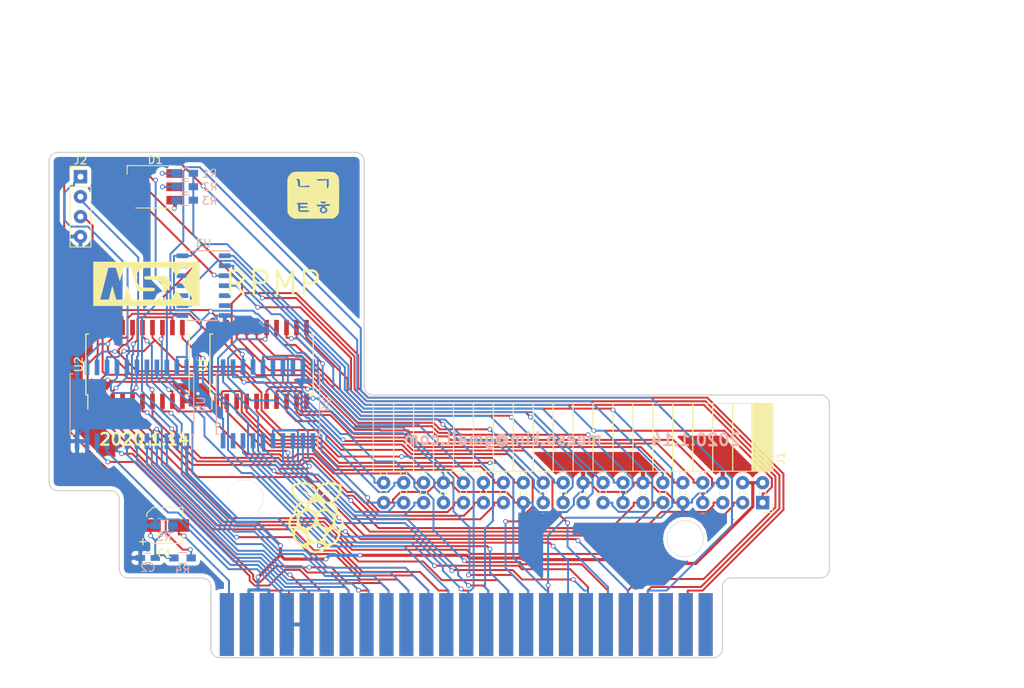
<source format=kicad_pcb>
(kicad_pcb (version 4) (host pcbnew 4.0.7)
  (layers (0 F.Cu mixed) (31 B.Cu mixed) (34 B.Paste user) (35 F.Paste user) (36 B.SilkS user) (37 F.SilkS user) (38 B.Mask user) (39 F.Mask user) (44 Edge.Cuts user))
  (net 0 "")
  (net 1 GND)
  (net 2 +5V)
  (net 3 /RD3)
  (net 4 /RD4)
  (net 5 /RD6)
  (net 6 /RD7)
  (net 7 /RD0)
  (net 8 /RD1)
  (net 9 /RD2)
  (net 10 /RD5)
  (net 11 /WAIT)
  (net 12 /INT)
  (net 13 /BUSDIR)
  (net 14 /IORQ)
  (net 15 /MREQ)
  (net 16 /WR)
  (net 17 /RD)
  (net 18 /RESET)
  (net 19 /A9)
  (net 20 /A15)
  (net 21 /A11)
  (net 22 /A10)
  (net 23 /A7)
  (net 24 /A6)
  (net 25 /A12)
  (net 26 /A8)
  (net 27 /A14)
  (net 28 /A13)
  (net 29 /A1)
  (net 30 /A0)
  (net 31 /A3)
  (net 32 /A2)
  (net 33 /A5)
  (net 34 /A4)
  (net 35 /D1)
  (net 36 /D0)
  (net 37 /D3)
  (net 38 /D2)
  (net 39 /D5)
  (net 40 /D4)
  (net 41 /D7)
  (net 42 /D6)
  (net 43 /CLK)
  (net 44 +3V3)
  (net 45 "Net-(P1-Pad5)")
  (net 46 "Net-(P1-Pad16)")
  (net 47 /RA8)
  (net 48 /RA11)
  (net 49 /RA15)
  (net 50 /RA12)
  (net 51 /RA13)
  (net 52 /RA14)
  (net 53 "Net-(P1-Pad1)")
  (net 54 "Net-(P1-Pad2)")
  (net 55 "Net-(P1-Pad3)")
  (net 56 /SLTSL)
  (net 57 "Net-(P1-Pad6)")
  (net 58 "Net-(P1-Pad44)")
  (net 59 "Net-(P1-Pad48)")
  (net 60 "Net-(P1-Pad50)")
  (net 61 /M1)
  (net 62 /RC17)
  (net 63 /RC18)
  (net 64 /RC27)
  (net 65 /RC23)
  (net 66 /RC24)
  (net 67 /RC19)
  (net 68 /RC26)
  (net 69 /SOUNDIN)
  (net 70 "Net-(D1-Pad4)")
  (net 71 "Net-(D1-Pad5)")
  (net 72 "Net-(D1-Pad6)")
  (net 73 /DAT_EN)
  (net 74 /DAT_DIR)
  (net 75 /RC21)
  (net 76 /ADDR)
  (net 77 "Net-(C1-Pad1)")
  (net 78 /RA10)
  (net 79 /RA9)
  (net 80 /RC20)
  (net 81 "Net-(U4-Pad9)")
  (net 82 "Net-(U4-Pad18)")
  (module Socket_Strips:Socket_Strip_Angled_2x20_Pitch2.54mm (layer F.Cu) (at 195.199 94.2975 270)
    (fp_text reference J1 (at -5.65 -2.27 270) (layer F.SilkS))
    (fp_text value RPi_GPIO)
    (pad 1 thru_hole rect (at 0 0 270) (size 1.7 1.7) (drill 0.773) (layers *.Cu *.Mask) (net 44 +3V3))
    (pad 2 thru_hole oval (at -2.54 0 270) (size 1.7 1.7) (drill 0.773) (layers *.Cu *.Mask) (net 2 +5V))
    (pad 3 thru_hole oval (at 0 2.54 270) (size 1.7 1.7) (drill 0.773) (layers *.Cu *.Mask) (net 9 /RD2))
    (pad 4 thru_hole oval (at -2.54 2.54 270) (size 1.7 1.7) (drill 0.773) (layers *.Cu *.Mask) (net 2 +5V))
    (pad 5 thru_hole oval (at 0 5.08 270) (size 1.7 1.7) (drill 0.773) (layers *.Cu *.Mask) (net 3 /RD3))
    (pad 6 thru_hole oval (at -2.54 5.08 270) (size 1.7 1.7) (drill 0.773) (layers *.Cu *.Mask) (net 1 GND))
    (pad 7 thru_hole oval (at 0 7.62 270) (size 1.7 1.7) (drill 0.773) (layers *.Cu *.Mask) (net 4 /RD4))
    (pad 8 thru_hole oval (at -2.54 7.62 270) (size 1.7 1.7) (drill 0.773) (layers *.Cu *.Mask) (net 52 /RA14))
    (pad 9 thru_hole oval (at 0 10.16 270) (size 1.7 1.7) (drill 0.773) (layers *.Cu *.Mask) (net 1 GND))
    (pad 10 thru_hole oval (at -2.54 10.16 270) (size 1.7 1.7) (drill 0.773) (layers *.Cu *.Mask) (net 49 /RA15))
    (pad 11 thru_hole oval (at 0 12.7 270) (size 1.7 1.7) (drill 0.773) (layers *.Cu *.Mask) (net 62 /RC17))
    (pad 12 thru_hole oval (at -2.54 12.7 270) (size 1.7 1.7) (drill 0.773) (layers *.Cu *.Mask) (net 63 /RC18))
    (pad 13 thru_hole oval (at 0 15.24 270) (size 1.7 1.7) (drill 0.773) (layers *.Cu *.Mask) (net 64 /RC27))
    (pad 14 thru_hole oval (at -2.54 15.24 270) (size 1.7 1.7) (drill 0.773) (layers *.Cu *.Mask) (net 1 GND))
    (pad 15 thru_hole oval (at 0 17.78 270) (size 1.7 1.7) (drill 0.773) (layers *.Cu *.Mask) (net 76 /ADDR))
    (pad 16 thru_hole oval (at -2.54 17.78 270) (size 1.7 1.7) (drill 0.773) (layers *.Cu *.Mask) (net 65 /RC23))
    (pad 17 thru_hole oval (at 0 20.32 270) (size 1.7 1.7) (drill 0.773) (layers *.Cu *.Mask) (net 44 +3V3))
    (pad 18 thru_hole oval (at -2.54 20.32 270) (size 1.7 1.7) (drill 0.773) (layers *.Cu *.Mask) (net 66 /RC24))
    (pad 19 thru_hole oval (at 0 22.86 270) (size 1.7 1.7) (drill 0.773) (layers *.Cu *.Mask) (net 78 /RA10))
    (pad 20 thru_hole oval (at -2.54 22.86 270) (size 1.7 1.7) (drill 0.773) (layers *.Cu *.Mask) (net 1 GND))
    (pad 21 thru_hole oval (at 0 25.4 270) (size 1.7 1.7) (drill 0.773) (layers *.Cu *.Mask) (net 79 /RA9))
    (pad 22 thru_hole oval (at -2.54 25.4 270) (size 1.7 1.7) (drill 0.773) (layers *.Cu *.Mask) (net 74 /DAT_DIR))
    (pad 23 thru_hole oval (at 0 27.94 270) (size 1.7 1.7) (drill 0.773) (layers *.Cu *.Mask) (net 48 /RA11))
    (pad 24 thru_hole oval (at -2.54 27.94 270) (size 1.7 1.7) (drill 0.773) (layers *.Cu *.Mask) (net 47 /RA8))
    (pad 25 thru_hole oval (at 0 30.48 270) (size 1.7 1.7) (drill 0.773) (layers *.Cu *.Mask) (net 1 GND))
    (pad 26 thru_hole oval (at -2.54 30.48 270) (size 1.7 1.7) (drill 0.773) (layers *.Cu *.Mask) (net 6 /RD7))
    (pad 27 thru_hole oval (at 0 33.02 270) (size 1.7 1.7) (drill 0.773) (layers *.Cu *.Mask) (net 7 /RD0))
    (pad 28 thru_hole oval (at -2.54 33.02 270) (size 1.7 1.7) (drill 0.773) (layers *.Cu *.Mask) (net 8 /RD1))
    (pad 29 thru_hole oval (at 0 35.56 270) (size 1.7 1.7) (drill 0.773) (layers *.Cu *.Mask) (net 10 /RD5))
    (pad 30 thru_hole oval (at -2.54 35.56 270) (size 1.7 1.7) (drill 0.773) (layers *.Cu *.Mask) (net 1 GND))
    (pad 31 thru_hole oval (at 0 38.1 270) (size 1.7 1.7) (drill 0.773) (layers *.Cu *.Mask) (net 5 /RD6))
    (pad 32 thru_hole oval (at -2.54 38.1 270) (size 1.7 1.7) (drill 0.773) (layers *.Cu *.Mask) (net 50 /RA12))
    (pad 33 thru_hole oval (at 0 40.64 270) (size 1.7 1.7) (drill 0.773) (layers *.Cu *.Mask) (net 51 /RA13))
    (pad 34 thru_hole oval (at -2.54 40.64 270) (size 1.7 1.7) (drill 0.773) (layers *.Cu *.Mask) (net 1 GND))
    (pad 35 thru_hole oval (at 0 43.18 270) (size 1.7 1.7) (drill 0.773) (layers *.Cu *.Mask) (net 67 /RC19))
    (pad 36 thru_hole oval (at -2.54 43.18 270) (size 1.7 1.7) (drill 0.773) (layers *.Cu *.Mask) (net 73 /DAT_EN))
    (pad 37 thru_hole oval (at 0 45.72 270) (size 1.7 1.7) (drill 0.773) (layers *.Cu *.Mask) (net 68 /RC26))
    (pad 38 thru_hole oval (at -2.54 45.72 270) (size 1.7 1.7) (drill 0.773) (layers *.Cu *.Mask) (net 80 /RC20))
    (pad 39 thru_hole oval (at 0 48.26 270) (size 1.7 1.7) (drill 0.773) (layers *.Cu *.Mask) (net 1 GND))
    (pad 40 thru_hole oval (at -2.54 48.26 270) (size 1.7 1.7) (drill 0.773) (layers *.Cu *.Mask) (net 75 /RC21))
  )
  (module MSX:card_edge_connector (layer F.Cu) (at 156.2 106.68)
    (fp_text reference P1 hide)
    (fp_text value CONN_02X25)
    (pad "" np_thru_hole circle (at 29.12364 -7.78256) (size 4.5 4.5) (drill 4.5) (layers *.Cu *.Mask F.SilkS) (clearance 0.5))
    (pad 1 connect rect (at 31.73984 3.14744) (size 1.8 8) (layers B.Cu B.Mask) (net 53 "Net-(P1-Pad1)"))
    (pad 2 connect rect (at 31.73984 3.14744) (size 1.8 8) (layers F.Cu F.Mask) (net 54 "Net-(P1-Pad2)"))
    (pad 3 connect rect (at 29.19984 3.14744) (size 1.8 8) (layers B.Cu B.Mask) (net 55 "Net-(P1-Pad3)"))
    (pad 4 connect rect (at 29.19984 3.14744) (size 1.8 8) (layers F.Cu F.Mask) (net 56 /SLTSL))
    (pad 5 connect rect (at 26.65984 3.14744) (size 1.8 8) (layers B.Cu B.Mask) (net 45 "Net-(P1-Pad5)"))
    (pad 6 connect rect (at 26.65984 3.14744) (size 1.8 8) (layers F.Cu F.Mask) (net 57 "Net-(P1-Pad6)"))
    (pad 7 connect rect (at 24.11984 3.14744) (size 1.8 8) (layers B.Cu B.Mask) (net 11 /WAIT))
    (pad 8 connect rect (at 24.11984 3.14744) (size 1.8 8) (layers F.Cu F.Mask) (net 12 /INT))
    (pad 9 connect rect (at 21.57984 3.14744) (size 1.8 8) (layers B.Cu B.Mask) (net 61 /M1))
    (pad 10 connect rect (at 21.57984 3.14744) (size 1.8 8) (layers F.Cu F.Mask) (net 13 /BUSDIR))
    (pad 11 connect rect (at 19.03984 3.14744) (size 1.8 8) (layers B.Cu B.Mask) (net 14 /IORQ))
    (pad 12 connect rect (at 19.03984 3.14744) (size 1.8 8) (layers F.Cu F.Mask) (net 15 /MREQ))
    (pad 13 connect rect (at 16.49984 3.14744) (size 1.8 8) (layers B.Cu B.Mask) (net 16 /WR))
    (pad 14 connect rect (at 16.49984 3.14744) (size 1.8 8) (layers F.Cu F.Mask) (net 17 /RD))
    (pad 15 connect rect (at 13.95984 3.14744) (size 1.8 8) (layers B.Cu B.Mask) (net 18 /RESET))
    (pad 16 connect rect (at 13.95984 3.14744) (size 1.8 8) (layers F.Cu F.Mask) (net 46 "Net-(P1-Pad16)"))
    (pad 17 connect rect (at 11.41984 3.14744) (size 1.8 8) (layers B.Cu B.Mask) (net 19 /A9))
    (pad 18 connect rect (at 11.41984 3.14744) (size 1.8 8) (layers F.Cu F.Mask) (net 20 /A15))
    (pad 19 connect rect (at 8.87984 3.14744) (size 1.8 8) (layers B.Cu B.Mask) (net 21 /A11))
    (pad 20 connect rect (at 8.87984 3.14744) (size 1.8 8) (layers F.Cu F.Mask) (net 22 /A10))
    (pad 21 connect rect (at 6.33984 3.14744) (size 1.8 8) (layers B.Cu B.Mask) (net 23 /A7))
    (pad 22 connect rect (at 6.33984 3.14744) (size 1.8 8) (layers F.Cu F.Mask) (net 24 /A6))
    (pad 23 connect rect (at 3.79984 3.14744) (size 1.8 8) (layers B.Cu B.Mask) (net 25 /A12))
    (pad 24 connect rect (at 3.79984 3.14744) (size 1.8 8) (layers F.Cu F.Mask) (net 26 /A8))
    (pad 25 connect rect (at 1.25984 3.14744) (size 1.8 8) (layers B.Cu B.Mask) (net 27 /A14))
    (pad 26 connect rect (at 1.25984 3.14744) (size 1.8 8) (layers F.Cu F.Mask) (net 28 /A13))
    (pad 27 connect rect (at -1.28016 3.14744) (size 1.8 8) (layers B.Cu B.Mask) (net 29 /A1))
    (pad 28 connect rect (at -1.28016 3.14744) (size 1.8 8) (layers F.Cu F.Mask) (net 30 /A0))
    (pad 29 connect rect (at -3.82016 3.14744) (size 1.8 8) (layers B.Cu B.Mask) (net 31 /A3))
    (pad 30 connect rect (at -3.82016 3.14744) (size 1.8 8) (layers F.Cu F.Mask) (net 32 /A2))
    (pad 31 connect rect (at -6.36016 3.14744) (size 1.8 8) (layers B.Cu B.Mask) (net 33 /A5))
    (pad 32 connect rect (at -6.36016 3.14744) (size 1.8 8) (layers F.Cu F.Mask) (net 34 /A4))
    (pad 33 connect rect (at -8.90016 3.14744) (size 1.8 8) (layers B.Cu B.Mask) (net 35 /D1))
    (pad 34 connect rect (at -8.90016 3.14744) (size 1.8 8) (layers F.Cu F.Mask) (net 36 /D0))
    (pad 35 connect rect (at -11.44016 3.14744) (size 1.8 8) (layers B.Cu B.Mask) (net 37 /D3))
    (pad 36 connect rect (at -11.44016 3.14744) (size 1.8 8) (layers F.Cu F.Mask) (net 38 /D2))
    (pad 37 connect rect (at -13.98016 3.14744) (size 1.8 8) (layers B.Cu B.Mask) (net 39 /D5))
    (pad 38 connect rect (at -13.98016 3.14744) (size 1.8 8) (layers F.Cu F.Mask) (net 40 /D4))
    (pad 39 connect rect (at -16.52016 3.14744) (size 1.8 8) (layers B.Cu B.Mask) (net 41 /D7))
    (pad 40 connect rect (at -16.52016 3.14744) (size 1.8 8) (layers F.Cu F.Mask) (net 42 /D6))
    (pad 41 connect rect (at -19.06016 3.14744) (size 1.8 8) (layers B.Cu B.Mask) (net 1 GND))
    (pad 42 connect rect (at -19.06016 3.14744) (size 1.8 8) (layers F.Cu F.Mask) (net 43 /CLK))
    (pad 43 connect rect (at -21.60016 3.14744) (size 1.8 8) (layers B.Cu B.Mask) (net 1 GND))
    (pad 44 connect rect (at -21.60524 2.65468) (size 1.8 7) (layers F.Cu F.Mask) (net 58 "Net-(P1-Pad44)"))
    (pad 45 connect rect (at -24.14016 3.14744) (size 1.8 8) (layers B.Cu B.Mask) (net 2 +5V))
    (pad 46 connect rect (at -24.14016 3.14744) (size 1.8 8) (layers F.Cu F.Mask) (net 58 "Net-(P1-Pad44)"))
    (pad 47 connect rect (at -26.68016 3.14744) (size 1.8 8) (layers B.Cu B.Mask) (net 2 +5V))
    (pad 48 connect rect (at -26.68016 3.14744) (size 1.8 8) (layers F.Cu F.Mask) (net 59 "Net-(P1-Pad48)"))
    (pad 49 connect rect (at -29.22016 3.14744) (size 1.8 8) (layers B.Cu B.Mask) (net 69 /SOUNDIN))
    (pad 50 connect rect (at -29.22016 3.14744) (size 1.8 8) (layers F.Cu F.Mask) (net 60 "Net-(P1-Pad50)"))
    (pad "" np_thru_hole circle (at -26.87574 -12.98448) (size 4.5 4.5) (drill 4.5) (layers *.Cu *.Mask F.SilkS) (clearance 0.5))
  )
  (module Capacitors_SMD:CP_Elec_4x4.5 (layer F.Cu) (at 119.062 97.2185)
    (fp_text reference C1 (at 0 3.58 180) (layer F.SilkS))
    (fp_text value CP)
    (fp_text user + (at -2.78 1.99 180) (layer F.SilkS))
    (pad 1 smd rect (at -1.8 0 180) (size 2.6 1.6) (layers F.Cu F.Paste F.Mask) (net 77 "Net-(C1-Pad1)"))
    (pad 2 smd rect (at 1.8 0 180) (size 2.6 1.6) (layers F.Cu F.Paste F.Mask) (net 69 /SOUNDIN))
  )
  (module Capacitors_SMD:C_0603_HandSoldering (layer B.Cu) (at 116.901 101.346)
    (fp_text reference C2 (at 0 1.25) (layer B.SilkS) (effects (justify mirror)))
    (fp_text value C)
    (pad 1 smd rect (at -0.95 0) (size 1.2 0.75) (layers B.Cu B.Paste B.Mask) (net 1 GND))
    (pad 2 smd rect (at 0.95 0) (size 1.2 0.75) (layers B.Cu B.Paste B.Mask) (net 77 "Net-(C1-Pad1)"))
  )
  (module LEDs:LED_RGB_5050-6 (layer F.Cu) (at 117.869 54.053)
    (fp_text reference D1 (at -0.013 -3.4435 180) (layer F.SilkS))
    (fp_text value LED_RGB)
    (pad 1 smd rect (at -2.4 -1.7 90) (size 1.1 2) (layers F.Cu F.Paste F.Mask) (net 73 /DAT_EN))
    (pad 2 smd rect (at -2.4 0 90) (size 1.1 2) (layers F.Cu F.Paste F.Mask) (net 56 /SLTSL))
    (pad 3 smd rect (at -2.4 1.7 90) (size 1.1 2) (layers F.Cu F.Paste F.Mask) (net 74 /DAT_DIR))
    (pad 4 smd rect (at 2.4 1.7 90) (size 1.1 2) (layers F.Cu F.Paste F.Mask) (net 70 "Net-(D1-Pad4)"))
    (pad 5 smd rect (at 2.4 0 90) (size 1.1 2) (layers F.Cu F.Paste F.Mask) (net 71 "Net-(D1-Pad5)"))
    (pad 6 smd rect (at 2.4 -1.7 90) (size 1.1 2) (layers F.Cu F.Paste F.Mask) (net 72 "Net-(D1-Pad6)"))
  )
  (module Resistors_SMD:R_0603_HandSoldering (layer B.Cu) (at 121.602 52.324)
    (fp_text reference R1 (at 3.1628 0.0508) (layer B.SilkS) (effects (justify mirror)))
    (fp_text value R)
    (pad 1 smd rect (at -1.1 0) (size 1.2 0.9) (layers B.Cu B.Paste B.Mask) (net 72 "Net-(D1-Pad6)"))
    (pad 2 smd rect (at 1.1 0) (size 1.2 0.9) (layers B.Cu B.Paste B.Mask) (net 44 +3V3))
  )
  (module Resistors_SMD:R_0603_HandSoldering (layer B.Cu) (at 121.602 54.0385)
    (fp_text reference R2 (at 3.2136 0.0127) (layer B.SilkS) (effects (justify mirror)))
    (fp_text value R)
    (pad 1 smd rect (at -1.1 0) (size 1.2 0.9) (layers B.Cu B.Paste B.Mask) (net 71 "Net-(D1-Pad5)"))
    (pad 2 smd rect (at 1.1 0) (size 1.2 0.9) (layers B.Cu B.Paste B.Mask) (net 44 +3V3))
  )
  (module Resistors_SMD:R_0603_HandSoldering (layer B.Cu) (at 121.602 55.753)
    (fp_text reference R3 (at 3.1628 0.0762) (layer B.SilkS) (effects (justify mirror)))
    (fp_text value R)
    (pad 1 smd rect (at -1.1 0) (size 1.2 0.9) (layers B.Cu B.Paste B.Mask) (net 70 "Net-(D1-Pad4)"))
    (pad 2 smd rect (at 1.1 0) (size 1.2 0.9) (layers B.Cu B.Paste B.Mask) (net 44 +3V3))
  )
  (module Resistors_SMD:R_0603_HandSoldering (layer B.Cu) (at 121.328 101.346)
    (fp_text reference R4 (at 0 1.45) (layer B.SilkS) (effects (justify mirror)))
    (fp_text value R)
    (pad 1 smd rect (at -1.1 0) (size 1.2 0.9) (layers B.Cu B.Paste B.Mask) (net 77 "Net-(C1-Pad1)"))
    (pad 2 smd rect (at 1.1 0) (size 1.2 0.9) (layers B.Cu B.Paste B.Mask) (net 63 /RC18))
  )
  (module Resistors_SMD:R_0603_HandSoldering (layer B.Cu) (at 118.978 97.2185)
    (fp_text reference R5 (at 0 1.45) (layer B.SilkS) (effects (justify mirror)))
    (fp_text value R)
    (pad 1 smd rect (at -1.1 0) (size 1.2 0.9) (layers B.Cu B.Paste B.Mask) (net 1 GND))
    (pad 2 smd rect (at 1.1 0) (size 1.2 0.9) (layers B.Cu B.Paste B.Mask) (net 77 "Net-(C1-Pad1)"))
  )
  (module Housings_SOIC:SOIC-20W_7.5x12.8mm_Pitch1.27mm (layer F.Cu) (at 131.394 76.6836 90)
    (fp_text reference U1 (at 0 -7.5 90) (layer F.SilkS))
    (fp_text value 74HC244)
    (pad 1 smd rect (at -4.7 -5.715 90) (size 1.95 0.6) (layers F.Cu F.Paste F.Mask) (net 76 /ADDR))
    (pad 2 smd rect (at -4.7 -4.445 90) (size 1.95 0.6) (layers F.Cu F.Paste F.Mask) (net 26 /A8))
    (pad 3 smd rect (at -4.7 -3.175 90) (size 1.95 0.6) (layers F.Cu F.Paste F.Mask) (net 50 /RA12))
    (pad 4 smd rect (at -4.7 -1.905 90) (size 1.95 0.6) (layers F.Cu F.Paste F.Mask) (net 19 /A9))
    (pad 5 smd rect (at -4.7 -0.635 90) (size 1.95 0.6) (layers F.Cu F.Paste F.Mask) (net 51 /RA13))
    (pad 6 smd rect (at -4.7 0.635 90) (size 1.95 0.6) (layers F.Cu F.Paste F.Mask) (net 22 /A10))
    (pad 7 smd rect (at -4.7 1.905 90) (size 1.95 0.6) (layers F.Cu F.Paste F.Mask) (net 52 /RA14))
    (pad 8 smd rect (at -4.7 3.175 90) (size 1.95 0.6) (layers F.Cu F.Paste F.Mask) (net 21 /A11))
    (pad 9 smd rect (at -4.7 4.445 90) (size 1.95 0.6) (layers F.Cu F.Paste F.Mask) (net 49 /RA15))
    (pad 10 smd rect (at -4.7 5.715 90) (size 1.95 0.6) (layers F.Cu F.Paste F.Mask) (net 1 GND))
    (pad 11 smd rect (at 4.7 5.715 90) (size 1.95 0.6) (layers F.Cu F.Paste F.Mask) (net 20 /A15))
    (pad 12 smd rect (at 4.7 4.445 90) (size 1.95 0.6) (layers F.Cu F.Paste F.Mask) (net 48 /RA11))
    (pad 13 smd rect (at 4.7 3.175 90) (size 1.95 0.6) (layers F.Cu F.Paste F.Mask) (net 27 /A14))
    (pad 14 smd rect (at 4.7 1.905 90) (size 1.95 0.6) (layers F.Cu F.Paste F.Mask) (net 78 /RA10))
    (pad 15 smd rect (at 4.7 0.635 90) (size 1.95 0.6) (layers F.Cu F.Paste F.Mask) (net 28 /A13))
    (pad 16 smd rect (at 4.7 -0.635 90) (size 1.95 0.6) (layers F.Cu F.Paste F.Mask) (net 79 /RA9))
    (pad 17 smd rect (at 4.7 -1.905 90) (size 1.95 0.6) (layers F.Cu F.Paste F.Mask) (net 25 /A12))
    (pad 18 smd rect (at 4.7 -3.175 90) (size 1.95 0.6) (layers F.Cu F.Paste F.Mask) (net 47 /RA8))
    (pad 19 smd rect (at 4.7 -4.445 90) (size 1.95 0.6) (layers F.Cu F.Paste F.Mask) (net 76 /ADDR))
    (pad 20 smd rect (at 4.7 -5.715 90) (size 1.95 0.6) (layers F.Cu F.Paste F.Mask) (net 44 +3V3))
  )
  (module Housings_SOIC:SOIC-20W_7.5x12.8mm_Pitch1.27mm (layer F.Cu) (at 115.595 76.6836 90)
    (fp_text reference U2 (at 0 -7.5 90) (layer F.SilkS))
    (fp_text value 74HC244)
    (pad 1 smd rect (at -4.7 -5.715 90) (size 1.95 0.6) (layers F.Cu F.Paste F.Mask) (net 76 /ADDR))
    (pad 2 smd rect (at -4.7 -4.445 90) (size 1.95 0.6) (layers F.Cu F.Paste F.Mask) (net 24 /A6))
    (pad 3 smd rect (at -4.7 -3.175 90) (size 1.95 0.6) (layers F.Cu F.Paste F.Mask) (net 9 /RD2))
    (pad 4 smd rect (at -4.7 -1.905 90) (size 1.95 0.6) (layers F.Cu F.Paste F.Mask) (net 23 /A7))
    (pad 5 smd rect (at -4.7 -0.635 90) (size 1.95 0.6) (layers F.Cu F.Paste F.Mask) (net 3 /RD3))
    (pad 6 smd rect (at -4.7 0.635 90) (size 1.95 0.6) (layers F.Cu F.Paste F.Mask) (net 34 /A4))
    (pad 7 smd rect (at -4.7 1.905 90) (size 1.95 0.6) (layers F.Cu F.Paste F.Mask) (net 7 /RD0))
    (pad 8 smd rect (at -4.7 3.175 90) (size 1.95 0.6) (layers F.Cu F.Paste F.Mask) (net 33 /A5))
    (pad 9 smd rect (at -4.7 4.445 90) (size 1.95 0.6) (layers F.Cu F.Paste F.Mask) (net 8 /RD1))
    (pad 10 smd rect (at -4.7 5.715 90) (size 1.95 0.6) (layers F.Cu F.Paste F.Mask) (net 1 GND))
    (pad 11 smd rect (at 4.7 5.715 90) (size 1.95 0.6) (layers F.Cu F.Paste F.Mask) (net 29 /A1))
    (pad 12 smd rect (at 4.7 4.445 90) (size 1.95 0.6) (layers F.Cu F.Paste F.Mask) (net 10 /RD5))
    (pad 13 smd rect (at 4.7 3.175 90) (size 1.95 0.6) (layers F.Cu F.Paste F.Mask) (net 30 /A0))
    (pad 14 smd rect (at 4.7 1.905 90) (size 1.95 0.6) (layers F.Cu F.Paste F.Mask) (net 4 /RD4))
    (pad 15 smd rect (at 4.7 0.635 90) (size 1.95 0.6) (layers F.Cu F.Paste F.Mask) (net 31 /A3))
    (pad 16 smd rect (at 4.7 -0.635 90) (size 1.95 0.6) (layers F.Cu F.Paste F.Mask) (net 6 /RD7))
    (pad 17 smd rect (at 4.7 -1.905 90) (size 1.95 0.6) (layers F.Cu F.Paste F.Mask) (net 32 /A2))
    (pad 18 smd rect (at 4.7 -3.175 90) (size 1.95 0.6) (layers F.Cu F.Paste F.Mask) (net 5 /RD6))
    (pad 19 smd rect (at 4.7 -4.445 90) (size 1.95 0.6) (layers F.Cu F.Paste F.Mask) (net 76 /ADDR))
    (pad 20 smd rect (at 4.7 -5.715 90) (size 1.95 0.6) (layers F.Cu F.Paste F.Mask) (net 44 +3V3))
  )
  (module Housings_SOIC:SOIC-14_3.9x8.7mm_Pitch1.27mm (layer B.Cu) (at 124.01 66.6496 180)
    (fp_text reference U3 (at 0 5.375 180) (layer B.SilkS) (effects (justify mirror)))
    (fp_text value 74LS07)
    (pad 1 smd rect (at -2.7 3.81 180) (size 1.5 0.6) (layers B.Cu B.Paste B.Mask) (net 65 /RC23))
    (pad 2 smd rect (at -2.7 2.54 180) (size 1.5 0.6) (layers B.Cu B.Paste B.Mask) (net 12 /INT))
    (pad 3 smd rect (at -2.7 1.27 180) (size 1.5 0.6) (layers B.Cu B.Paste B.Mask) (net 74 /DAT_DIR))
    (pad 4 smd rect (at -2.7 0 180) (size 1.5 0.6) (layers B.Cu B.Paste B.Mask) (net 13 /BUSDIR))
    (pad 5 smd rect (at -2.7 -1.27 180) (size 1.5 0.6) (layers B.Cu B.Paste B.Mask))
    (pad 6 smd rect (at -2.7 -2.54 180) (size 1.5 0.6) (layers B.Cu B.Paste B.Mask))
    (pad 7 smd rect (at -2.7 -3.81 180) (size 1.5 0.6) (layers B.Cu B.Paste B.Mask) (net 1 GND))
    (pad 8 smd rect (at 2.7 -3.81 180) (size 1.5 0.6) (layers B.Cu B.Paste B.Mask) (net 11 /WAIT))
    (pad 9 smd rect (at 2.7 -2.54 180) (size 1.5 0.6) (layers B.Cu B.Paste B.Mask) (net 66 /RC24))
    (pad 10 smd rect (at 2.7 -1.27 180) (size 1.5 0.6) (layers B.Cu B.Paste B.Mask))
    (pad 11 smd rect (at 2.7 0 180) (size 1.5 0.6) (layers B.Cu B.Paste B.Mask))
    (pad 12 smd rect (at 2.7 1.27 180) (size 1.5 0.6) (layers B.Cu B.Paste B.Mask))
    (pad 13 smd rect (at 2.7 2.54 180) (size 1.5 0.6) (layers B.Cu B.Paste B.Mask))
    (pad 14 smd rect (at 2.7 3.81 180) (size 1.5 0.6) (layers B.Cu B.Paste B.Mask) (net 44 +3V3))
  )
  (module Housings_SOIC:SOIC-20W_7.5x12.8mm_Pitch1.27mm (layer B.Cu) (at 132.207 81.7128 90)
    (fp_text reference U4 (at 0 7.5 90) (layer B.SilkS) (effects (justify mirror)))
    (fp_text value 74HC244)
    (pad 1 smd rect (at -4.7 5.715 90) (size 1.95 0.6) (layers B.Cu B.Paste B.Mask) (net 1 GND))
    (pad 2 smd rect (at -4.7 4.445 90) (size 1.95 0.6) (layers B.Cu B.Paste B.Mask) (net 43 /CLK))
    (pad 3 smd rect (at -4.7 3.175 90) (size 1.95 0.6) (layers B.Cu B.Paste B.Mask) (net 67 /RC19))
    (pad 4 smd rect (at -4.7 1.905 90) (size 1.95 0.6) (layers B.Cu B.Paste B.Mask) (net 61 /M1))
    (pad 5 smd rect (at -4.7 0.635 90) (size 1.95 0.6) (layers B.Cu B.Paste B.Mask) (net 68 /RC26))
    (pad 6 smd rect (at -4.7 -0.635 90) (size 1.95 0.6) (layers B.Cu B.Paste B.Mask) (net 16 /WR))
    (pad 7 smd rect (at -4.7 -1.905 90) (size 1.95 0.6) (layers B.Cu B.Paste B.Mask) (net 62 /RC17))
    (pad 8 smd rect (at -4.7 -3.175 90) (size 1.95 0.6) (layers B.Cu B.Paste B.Mask) (net 17 /RD))
    (pad 9 smd rect (at -4.7 -4.445 90) (size 1.95 0.6) (layers B.Cu B.Paste B.Mask) (net 81 "Net-(U4-Pad9)"))
    (pad 10 smd rect (at -4.7 -5.715 90) (size 1.95 0.6) (layers B.Cu B.Paste B.Mask) (net 1 GND))
    (pad 11 smd rect (at 4.7 -5.715 90) (size 1.95 0.6) (layers B.Cu B.Paste B.Mask) (net 18 /RESET))
    (pad 12 smd rect (at 4.7 -4.445 90) (size 1.95 0.6) (layers B.Cu B.Paste B.Mask) (net 80 /RC20))
    (pad 13 smd rect (at 4.7 -3.175 90) (size 1.95 0.6) (layers B.Cu B.Paste B.Mask) (net 56 /SLTSL))
    (pad 14 smd rect (at 4.7 -1.905 90) (size 1.95 0.6) (layers B.Cu B.Paste B.Mask) (net 64 /RC27))
    (pad 15 smd rect (at 4.7 -0.635 90) (size 1.95 0.6) (layers B.Cu B.Paste B.Mask) (net 15 /MREQ))
    (pad 16 smd rect (at 4.7 0.635 90) (size 1.95 0.6) (layers B.Cu B.Paste B.Mask) (net 75 /RC21))
    (pad 17 smd rect (at 4.7 1.905 90) (size 1.95 0.6) (layers B.Cu B.Paste B.Mask) (net 14 /IORQ))
    (pad 18 smd rect (at 4.7 3.175 90) (size 1.95 0.6) (layers B.Cu B.Paste B.Mask) (net 82 "Net-(U4-Pad18)"))
    (pad 19 smd rect (at 4.7 4.445 90) (size 1.95 0.6) (layers B.Cu B.Paste B.Mask) (net 1 GND))
    (pad 20 smd rect (at 4.7 5.715 90) (size 1.95 0.6) (layers B.Cu B.Paste B.Mask) (net 44 +3V3))
  )
  (module Housings_SOIC:SOIC-24W_7.5x15.4mm_Pitch1.27mm (layer B.Cu) (at 114.884 81.7636 90)
    (fp_text reference U5 (at 0 8.8 90) (layer B.SilkS) (effects (justify mirror)))
    (fp_text value LVC4245)
    (pad 1 smd rect (at -4.7 6.985 90) (size 2 0.6) (layers B.Cu B.Paste B.Mask) (net 2 +5V))
    (pad 2 smd rect (at -4.7 5.715 90) (size 2 0.6) (layers B.Cu B.Paste B.Mask) (net 74 /DAT_DIR))
    (pad 3 smd rect (at -4.7 4.445 90) (size 2 0.6) (layers B.Cu B.Paste B.Mask) (net 35 /D1))
    (pad 4 smd rect (at -4.7 3.175 90) (size 2 0.6) (layers B.Cu B.Paste B.Mask) (net 36 /D0))
    (pad 5 smd rect (at -4.7 1.905 90) (size 2 0.6) (layers B.Cu B.Paste B.Mask) (net 37 /D3))
    (pad 6 smd rect (at -4.7 0.635 90) (size 2 0.6) (layers B.Cu B.Paste B.Mask) (net 38 /D2))
    (pad 7 smd rect (at -4.7 -0.635 90) (size 2 0.6) (layers B.Cu B.Paste B.Mask) (net 39 /D5))
    (pad 8 smd rect (at -4.7 -1.905 90) (size 2 0.6) (layers B.Cu B.Paste B.Mask) (net 40 /D4))
    (pad 9 smd rect (at -4.7 -3.175 90) (size 2 0.6) (layers B.Cu B.Paste B.Mask) (net 41 /D7))
    (pad 10 smd rect (at -4.7 -4.445 90) (size 2 0.6) (layers B.Cu B.Paste B.Mask) (net 42 /D6))
    (pad 11 smd rect (at -4.7 -5.715 90) (size 2 0.6) (layers B.Cu B.Paste B.Mask) (net 1 GND))
    (pad 12 smd rect (at -4.7 -6.985 90) (size 2 0.6) (layers B.Cu B.Paste B.Mask) (net 1 GND))
    (pad 13 smd rect (at 4.7 -6.985 90) (size 2 0.6) (layers B.Cu B.Paste B.Mask) (net 1 GND))
    (pad 14 smd rect (at 4.7 -5.715 90) (size 2 0.6) (layers B.Cu B.Paste B.Mask) (net 5 /RD6))
    (pad 15 smd rect (at 4.7 -4.445 90) (size 2 0.6) (layers B.Cu B.Paste B.Mask) (net 6 /RD7))
    (pad 16 smd rect (at 4.7 -3.175 90) (size 2 0.6) (layers B.Cu B.Paste B.Mask) (net 4 /RD4))
    (pad 17 smd rect (at 4.7 -1.905 90) (size 2 0.6) (layers B.Cu B.Paste B.Mask) (net 10 /RD5))
    (pad 18 smd rect (at 4.7 -0.635 90) (size 2 0.6) (layers B.Cu B.Paste B.Mask) (net 9 /RD2))
    (pad 19 smd rect (at 4.7 0.635 90) (size 2 0.6) (layers B.Cu B.Paste B.Mask) (net 3 /RD3))
    (pad 20 smd rect (at 4.7 1.905 90) (size 2 0.6) (layers B.Cu B.Paste B.Mask) (net 7 /RD0))
    (pad 21 smd rect (at 4.7 3.175 90) (size 2 0.6) (layers B.Cu B.Paste B.Mask) (net 8 /RD1))
    (pad 22 smd rect (at 4.7 4.445 90) (size 2 0.6) (layers B.Cu B.Paste B.Mask) (net 73 /DAT_EN))
    (pad 23 smd rect (at 4.7 5.715 90) (size 2 0.6) (layers B.Cu B.Paste B.Mask) (net 44 +3V3))
    (pad 24 smd rect (at 4.7 6.985 90) (size 2 0.6) (layers B.Cu B.Paste B.Mask) (net 44 +3V3))
  )
  (module Pin_Headers:Pin_Header_Straight_1x04_Pitch2.54mm (layer F.Cu) (at 108.331 52.7685)
    (fp_text reference J2 (at 0 -2.0955) (layer F.SilkS))
    (fp_text value Conn_01x04)
    (pad 1 thru_hole rect (at 0 0) (size 1.7 1.7) (drill 0.773) (layers *.Cu *.Mask) (net 9 /RD2))
    (pad 2 thru_hole oval (at 0 2.54) (size 1.7 1.7) (drill 0.773) (layers *.Cu *.Mask) (net 3 /RD3))
    (pad 3 thru_hole oval (at 0 5.08) (size 1.7 1.7) (drill 0.773) (layers *.Cu *.Mask) (net 44 +3V3))
    (pad 4 thru_hole oval (at 0 7.62) (size 1.7 1.7) (drill 0.773) (layers *.Cu *.Mask) (net 1 GND))
  )
  (module MSX:LOGO (layer F.Cu) (at 116.7384 66.3956)
    (fp_text reference G2 hide)
    (fp_text value LOGO hide)
  )
  (module MSX:raspberry_pi_logo (layer F.Cu) (at 138.3284 96.2152)
    (fp_text reference G3 hide)
    (fp_text value LOGO hide)
  )
  (module MSX:srxg10 (layer F.Cu) (at 137.922 55.4736)
    (fp_text reference G1 hide)
    (fp_text value LOGO hide)
  )
  (gr_text 2020.1.14 (at 186.69 86.2965) (layer B.SilkS) (effects (font (size 1.5 1.5) (thickness 0.3)) (justify mirror)))
  (gr_text meeso.kim@gmail.com (at 162.1155 86.1695) (layer B.SilkS) (effects (font (size 1.5 1.5) (thickness 0.3)) (justify mirror)))
  (gr_text 2020.1.14 (at 116.459 86.233) (layer F.SilkS) (effects (font (size 1.5 1.5) (thickness 0.3))))
  (gr_text RPMP (at 132.8928 66.3448) (layer F.SilkS) (effects (font (size 3 3) (thickness 0.3))))
  (gr_arc (start 143.3195 50.8) (end 144.4625 50.8) (angle -90) (layer Edge.Cuts) (width 0.15))
  (gr_arc (start 202.565 81.7245) (end 203.708 81.7245) (angle -90) (layer Edge.Cuts) (width 0.15))
  (gr_arc (start 145.6055 79.4385) (end 144.4625 79.4385) (angle -90) (layer Edge.Cuts) (width 0.15))
  (gr_line (start 144.4625 79.4385) (end 144.4625 50.8) (angle 90) (layer Edge.Cuts) (width 0.15))
  (gr_line (start 202.565 80.5815) (end 145.6055 80.5815) (angle 90) (layer Edge.Cuts) (width 0.15))
  (gr_line (start 104.3305 91.6305) (end 104.3305 50.8) (layer Edge.Cuts) (width 0.15))
  (gr_arc (start 112.141 93.9165) (end 112.141 92.7735) (angle 90) (layer Edge.Cuts) (width 0.15))
  (gr_arc (start 105.4735 91.6305) (end 105.4735 92.7735) (angle 90) (layer Edge.Cuts) (width 0.15))
  (gr_line (start 112.141 92.7735) (end 105.4735 92.7735) (layer Edge.Cuts) (width 0.15))
  (gr_line (start 124.9426 112.9157) (end 124.9426 105.0417) (layer Edge.Cuts) (width 0.15))
  (gr_line (start 114.427 103.886) (end 123.7996 103.8987) (layer Edge.Cuts) (width 0.15))
  (gr_arc (start 114.427 102.743) (end 114.427 103.886) (angle 90) (layer Edge.Cuts) (width 0.15))
  (gr_arc (start 123.7996 105.0417) (end 123.7996 103.8987) (angle 90) (layer Edge.Cuts) (width 0.15))
  (gr_line (start 191.2239 103.886) (end 202.565 103.886) (layer Edge.Cuts) (width 0.15))
  (gr_arc (start 202.565 102.743) (end 202.565 103.886) (angle -90) (layer Edge.Cuts) (width 0.15))
  (gr_line (start 190.0809 112.9157) (end 190.0809 105.029) (layer Edge.Cuts) (width 0.15))
  (gr_arc (start 191.2239 105.029) (end 191.2239 103.886) (angle -90) (layer Edge.Cuts) (width 0.15))
  (gr_circle (center 129.3368 93.6879) (end 130.9878 95.1611) (layer Edge.Cuts) (width 0.15))
  (gr_circle (center 185.3438 98.8949) (end 187.1472 100.2538) (layer Edge.Cuts) (width 0.15))
  (gr_arc (start 105.4735 50.8) (end 104.3305 50.8) (angle 90) (layer Edge.Cuts) (width 0.15))
  (gr_arc (start 188.9379 112.9157) (end 188.9379 114.0587) (angle -90) (layer Edge.Cuts) (width 0.15))
  (gr_arc (start 126.0856 112.9157) (end 126.0856 114.0587) (angle 90) (layer Edge.Cuts) (width 0.15))
  (gr_line (start 203.708 102.743) (end 203.708 81.7245) (angle 90) (layer Edge.Cuts) (width 0.15))
  (gr_line (start 126.0856 114.0587) (end 188.9379 114.0587) (angle 90) (layer Edge.Cuts) (width 0.15))
  (gr_line (start 113.284 93.9165) (end 113.284 102.743) (angle 90) (layer Edge.Cuts) (width 0.15))
  (gr_line (start 143.3195 49.657) (end 105.4735 49.657) (angle 90) (layer Edge.Cuts) (width 0.15))
  (via (at 111.7998 78.6768) (size 0.6) (layers F.Cu B.Cu) (net 1))
  (via (at 137.9525 81.0104) (size 0.6) (layers F.Cu B.Cu) (net 1))
  (via (at 123.2956 80.3933) (size 0.6) (layers F.Cu B.Cu) (net 1))
  (segment (start 188.9437 92.115) (end 188.9437 91.7575) (width 0.25) (layer B.Cu) (net 1))
  (segment (start 187.9365 93.1222) (end 188.9437 92.115) (width 0.25) (layer B.Cu) (net 1))
  (segment (start 187.0222 93.1222) (end 187.9365 93.1222) (width 0.25) (layer B.Cu) (net 1))
  (segment (start 186.2143 93.9301) (end 187.0222 93.1222) (width 0.25) (layer B.Cu) (net 1))
  (segment (start 186.2143 94.2975) (end 186.2143 93.9301) (width 0.25) (layer B.Cu) (net 1))
  (segment (start 185.039 94.2975) (end 186.2143 94.2975) (width 0.25) (layer B.Cu) (net 1))
  (segment (start 190.119 91.7575) (end 188.9437 91.7575) (width 0.25) (layer B.Cu) (net 1))
  (segment (start 154.559 91.7575) (end 155.7343 91.7575) (width 0.25) (layer F.Cu) (net 1))
  (segment (start 159.639 91.7575) (end 159.639 92.9328) (width 0.25) (layer F.Cu) (net 1))
  (segment (start 107.899 86.4636) (end 107.899 85.8009) (width 0.25) (layer B.Cu) (net 1))
  (segment (start 107.899 77.0636) (end 107.899 78.3889) (width 0.25) (layer B.Cu) (net 1))
  (segment (start 107.9235 78.3889) (end 108.5616 79.027) (width 0.25) (layer B.Cu) (net 1))
  (segment (start 107.899 78.3889) (end 107.9235 78.3889) (width 0.25) (layer B.Cu) (net 1))
  (segment (start 109.2237 87.7889) (end 109.169 87.7889) (width 0.25) (layer B.Cu) (net 1))
  (segment (start 117.878 96.4432) (end 109.2237 87.7889) (width 0.25) (layer B.Cu) (net 1))
  (segment (start 115.951 98.2202) (end 115.951 101.346) (width 0.25) (layer B.Cu) (net 1))
  (segment (start 116.9527 97.2185) (end 115.951 98.2202) (width 0.25) (layer B.Cu) (net 1))
  (segment (start 117.878 97.2185) (end 116.9527 97.2185) (width 0.25) (layer B.Cu) (net 1))
  (segment (start 109.169 86.4636) (end 109.169 87.7889) (width 0.25) (layer B.Cu) (net 1))
  (segment (start 117.878 97.2185) (end 117.878 96.5558) (width 0.25) (layer B.Cu) (net 1))
  (segment (start 117.878 96.5558) (end 117.878 96.4432) (width 0.25) (layer B.Cu) (net 1))
  (segment (start 108.5616 85.1383) (end 109.169 85.1383) (width 0.25) (layer B.Cu) (net 1))
  (segment (start 108.5616 79.027) (end 108.5616 85.1383) (width 0.25) (layer B.Cu) (net 1))
  (segment (start 108.5616 85.1383) (end 107.899 85.8009) (width 0.25) (layer B.Cu) (net 1))
  (segment (start 109.169 86.4636) (end 109.169 85.1383) (width 0.25) (layer B.Cu) (net 1))
  (segment (start 137.922 86.4128) (end 137.922 87.7131) (width 0.25) (layer B.Cu) (net 1))
  (segment (start 146.939 94.2975) (end 145.7637 94.2975) (width 0.25) (layer B.Cu) (net 1))
  (segment (start 108.9118 78.6768) (end 111.7998 78.6768) (width 0.25) (layer B.Cu) (net 1))
  (segment (start 108.5616 79.027) (end 108.9118 78.6768) (width 0.25) (layer B.Cu) (net 1))
  (segment (start 185.039 94.2975) (end 183.8637 94.2975) (width 0.25) (layer F.Cu) (net 1))
  (segment (start 183.8637 93.9301) (end 183.8637 94.2975) (width 0.25) (layer F.Cu) (net 1))
  (segment (start 182.8664 92.9328) (end 183.8637 93.9301) (width 0.25) (layer F.Cu) (net 1))
  (segment (start 181.9422 92.9328) (end 182.8664 92.9328) (width 0.25) (layer F.Cu) (net 1))
  (segment (start 181.1343 92.1249) (end 181.9422 92.9328) (width 0.25) (layer F.Cu) (net 1))
  (segment (start 181.1343 91.7575) (end 181.1343 92.1249) (width 0.25) (layer F.Cu) (net 1))
  (segment (start 179.959 91.7575) (end 181.1343 91.7575) (width 0.25) (layer F.Cu) (net 1))
  (segment (start 134.8638 109.8274) (end 137.4038 109.8274) (width 0.25) (layer B.Cu) (net 1))
  (segment (start 153.3837 92.1249) (end 153.3837 91.7575) (width 0.25) (layer F.Cu) (net 1))
  (segment (start 152.5758 92.9328) (end 153.3837 92.1249) (width 0.25) (layer F.Cu) (net 1))
  (segment (start 149.1116 92.9328) (end 152.5758 92.9328) (width 0.25) (layer F.Cu) (net 1))
  (segment (start 148.1143 93.9301) (end 149.1116 92.9328) (width 0.25) (layer F.Cu) (net 1))
  (segment (start 148.1143 94.2975) (end 148.1143 93.9301) (width 0.25) (layer F.Cu) (net 1))
  (segment (start 146.939 94.2975) (end 148.1143 94.2975) (width 0.25) (layer F.Cu) (net 1))
  (segment (start 154.559 91.7575) (end 153.3837 91.7575) (width 0.25) (layer F.Cu) (net 1))
  (segment (start 144.5064 94.2975) (end 137.922 87.7131) (width 0.25) (layer B.Cu) (net 1))
  (segment (start 145.7637 94.2975) (end 144.5064 94.2975) (width 0.25) (layer B.Cu) (net 1))
  (segment (start 137.4822 81.0104) (end 137.109 81.3836) (width 0.25) (layer F.Cu) (net 1))
  (segment (start 137.9525 81.0104) (end 137.4822 81.0104) (width 0.25) (layer F.Cu) (net 1))
  (segment (start 136.652 77.0128) (end 136.652 78.3131) (width 0.25) (layer B.Cu) (net 1))
  (segment (start 156.5422 92.9328) (end 159.639 92.9328) (width 0.25) (layer F.Cu) (net 1))
  (segment (start 155.7343 92.1249) (end 156.5422 92.9328) (width 0.25) (layer F.Cu) (net 1))
  (segment (start 155.7343 91.7575) (end 155.7343 92.1249) (width 0.25) (layer F.Cu) (net 1))
  (segment (start 163.5437 93.9302) (end 163.5437 94.2975) (width 0.25) (layer F.Cu) (net 1))
  (segment (start 162.5463 92.9328) (end 163.5437 93.9302) (width 0.25) (layer F.Cu) (net 1))
  (segment (start 159.639 92.9328) (end 162.5463 92.9328) (width 0.25) (layer F.Cu) (net 1))
  (segment (start 164.719 94.2975) (end 163.5437 94.2975) (width 0.25) (layer F.Cu) (net 1))
  (segment (start 171.9716 92.9328) (end 172.339 92.9328) (width 0.25) (layer B.Cu) (net 1))
  (segment (start 171.1637 93.7407) (end 171.9716 92.9328) (width 0.25) (layer B.Cu) (net 1))
  (segment (start 171.1637 94.5951) (end 171.1637 93.7407) (width 0.25) (layer B.Cu) (net 1))
  (segment (start 170.2552 95.5036) (end 171.1637 94.5951) (width 0.25) (layer B.Cu) (net 1))
  (segment (start 166.7331 95.5036) (end 170.2552 95.5036) (width 0.25) (layer B.Cu) (net 1))
  (segment (start 165.8943 94.6648) (end 166.7331 95.5036) (width 0.25) (layer B.Cu) (net 1))
  (segment (start 165.8943 94.2975) (end 165.8943 94.6648) (width 0.25) (layer B.Cu) (net 1))
  (segment (start 164.719 94.2975) (end 165.8943 94.2975) (width 0.25) (layer B.Cu) (net 1))
  (segment (start 172.339 91.7575) (end 172.339 92.9328) (width 0.25) (layer B.Cu) (net 1))
  (segment (start 178.7837 92.1249) (end 178.7837 91.7575) (width 0.25) (layer F.Cu) (net 1))
  (segment (start 177.9758 92.9328) (end 178.7837 92.1249) (width 0.25) (layer F.Cu) (net 1))
  (segment (start 174.3223 92.9328) (end 177.9758 92.9328) (width 0.25) (layer F.Cu) (net 1))
  (segment (start 173.5143 92.1248) (end 174.3223 92.9328) (width 0.25) (layer F.Cu) (net 1))
  (segment (start 173.5143 91.7575) (end 173.5143 92.1248) (width 0.25) (layer F.Cu) (net 1))
  (segment (start 172.339 91.7575) (end 173.5143 91.7575) (width 0.25) (layer F.Cu) (net 1))
  (segment (start 179.959 91.7575) (end 178.7837 91.7575) (width 0.25) (layer F.Cu) (net 1))
  (segment (start 136.652 77.0128) (end 136.652 75.7125) (width 0.25) (layer B.Cu) (net 1))
  (segment (start 126.71 70.4596) (end 127.7853 70.4596) (width 0.25) (layer B.Cu) (net 1))
  (segment (start 126.71 70.4596) (end 125.6347 70.4596) (width 0.25) (layer B.Cu) (net 1))
  (segment (start 154.559 91.7575) (end 154.559 90.5822) (width 0.25) (layer B.Cu) (net 1))
  (segment (start 126.492 83.5897) (end 123.2956 80.3933) (width 0.25) (layer B.Cu) (net 1))
  (segment (start 126.492 86.4128) (end 126.492 83.5897) (width 0.25) (layer B.Cu) (net 1))
  (segment (start 125.6347 71.0965) (end 125.6347 70.4596) (width 0.25) (layer B.Cu) (net 1))
  (segment (start 123.2956 73.4356) (end 125.6347 71.0965) (width 0.25) (layer B.Cu) (net 1))
  (segment (start 123.2956 80.3933) (end 123.2956 73.4356) (width 0.25) (layer B.Cu) (net 1))
  (segment (start 120.1314 78.9047) (end 121.31 80.0833) (width 0.25) (layer F.Cu) (net 1))
  (segment (start 112.0277 78.9047) (end 120.1314 78.9047) (width 0.25) (layer F.Cu) (net 1))
  (segment (start 111.7998 78.6768) (end 112.0277 78.9047) (width 0.25) (layer F.Cu) (net 1))
  (segment (start 123.2956 80.3933) (end 121.31 80.3933) (width 0.25) (layer F.Cu) (net 1))
  (segment (start 121.31 81.3836) (end 121.31 80.3933) (width 0.25) (layer F.Cu) (net 1))
  (segment (start 121.31 80.3933) (end 121.31 80.0833) (width 0.25) (layer F.Cu) (net 1))
  (segment (start 134.8638 106.8145) (end 134.8638 109.8274) (width 0.25) (layer B.Cu) (net 1))
  (segment (start 130.8298 102.7805) (end 134.8638 106.8145) (width 0.25) (layer B.Cu) (net 1))
  (segment (start 127.2103 102.7805) (end 130.8298 102.7805) (width 0.25) (layer B.Cu) (net 1))
  (segment (start 120.873 96.4432) (end 127.2103 102.7805) (width 0.25) (layer B.Cu) (net 1))
  (segment (start 117.878 96.4432) (end 120.873 96.4432) (width 0.25) (layer B.Cu) (net 1))
  (segment (start 137.5621 81.0104) (end 137.9525 81.0104) (width 0.25) (layer B.Cu) (net 1))
  (segment (start 136.5831 80.0314) (end 137.5621 81.0104) (width 0.25) (layer B.Cu) (net 1))
  (segment (start 136.5831 78.382) (end 136.5831 80.0314) (width 0.25) (layer B.Cu) (net 1))
  (segment (start 136.652 78.3131) (end 136.5831 78.382) (width 0.25) (layer B.Cu) (net 1))
  (segment (start 135.7388 75.7125) (end 136.652 75.7125) (width 0.25) (layer B.Cu) (net 1))
  (segment (start 130.9362 70.9099) (end 135.7388 75.7125) (width 0.25) (layer B.Cu) (net 1))
  (segment (start 128.2356 70.9099) (end 130.9362 70.9099) (width 0.25) (layer B.Cu) (net 1))
  (segment (start 127.7853 70.4596) (end 128.2356 70.9099) (width 0.25) (layer B.Cu) (net 1))
  (segment (start 107.899 61.9568) (end 107.899 77.0636) (width 0.25) (layer B.Cu) (net 1))
  (segment (start 107.506 61.5638) (end 107.899 61.9568) (width 0.25) (layer B.Cu) (net 1))
  (segment (start 138.4946 81.0104) (end 137.9525 81.0104) (width 0.25) (layer B.Cu) (net 1))
  (segment (start 142.9205 85.4363) (end 138.4946 81.0104) (width 0.25) (layer B.Cu) (net 1))
  (segment (start 149.4131 85.4363) (end 142.9205 85.4363) (width 0.25) (layer B.Cu) (net 1))
  (segment (start 154.559 90.5822) (end 149.4131 85.4363) (width 0.25) (layer B.Cu) (net 1))
  (segment (start 183.007 101.5609) (end 183.4759 101.5609) (width 0.4) (layer F.Cu) (net 2))
  (segment (start 187.8965 100.838) (end 187.8965 100.8563) (width 0.4) (layer F.Cu) (net 2))
  (segment (start 186.69 102.0445) (end 187.8965 100.838) (width 0.4) (layer F.Cu) (net 2))
  (segment (start 183.9595 102.0445) (end 186.69 102.0445) (width 0.4) (layer F.Cu) (net 2))
  (segment (start 183.4759 101.5609) (end 183.9595 102.0445) (width 0.4) (layer F.Cu) (net 2))
  (via (at 133.8044 99.7756) (size 0.6) (layers F.Cu B.Cu) (net 2))
  (via (at 130.9529 103.7882) (size 0.6) (layers F.Cu B.Cu) (net 2))
  (via (at 143.9335 101.0114) (size 0.6) (layers F.Cu B.Cu) (net 2))
  (via (at 139.5904 101.4944) (size 0.6) (layers F.Cu B.Cu) (net 2))
  (segment (start 121.869 86.4636) (end 121.869 87.8639) (width 0.4) (layer B.Cu) (net 2))
  (segment (start 132.3238 109.8274) (end 132.3238 105.4271) (width 0.4) (layer B.Cu) (net 2))
  (segment (start 129.7838 109.8274) (end 129.7838 105.4271) (width 0.4) (layer B.Cu) (net 2))
  (segment (start 192.659 91.7575) (end 193.9486 91.7575) (width 0.4) (layer F.Cu) (net 2))
  (segment (start 193.9486 91.7575) (end 195.199 91.7575) (width 0.4) (layer F.Cu) (net 2))
  (segment (start 130.8254 96.7966) (end 133.8044 99.7756) (width 0.4) (layer B.Cu) (net 2))
  (segment (start 128.0904 96.7966) (end 130.8254 96.7966) (width 0.4) (layer B.Cu) (net 2))
  (segment (start 121.869 90.5752) (end 128.0904 96.7966) (width 0.4) (layer B.Cu) (net 2))
  (segment (start 121.869 87.8639) (end 121.869 90.5752) (width 0.4) (layer B.Cu) (net 2))
  (segment (start 133.8044 101.0015) (end 133.8044 99.7756) (width 0.4) (layer F.Cu) (net 2))
  (segment (start 133.7396 101.0015) (end 130.9529 103.7882) (width 0.4) (layer F.Cu) (net 2))
  (segment (start 133.8044 101.0015) (end 133.7396 101.0015) (width 0.4) (layer F.Cu) (net 2))
  (segment (start 130.9529 105.4271) (end 130.9529 103.7882) (width 0.4) (layer B.Cu) (net 2))
  (segment (start 129.7838 105.4271) (end 130.9529 105.4271) (width 0.4) (layer B.Cu) (net 2))
  (segment (start 130.9529 105.4271) (end 132.3238 105.4271) (width 0.4) (layer B.Cu) (net 2))
  (segment (start 134.2973 101.4944) (end 139.5904 101.4944) (width 0.4) (layer F.Cu) (net 2))
  (segment (start 133.8044 101.0015) (end 134.2973 101.4944) (width 0.4) (layer F.Cu) (net 2))
  (segment (start 140.0734 101.0114) (end 143.9335 101.0114) (width 0.4) (layer B.Cu) (net 2))
  (segment (start 139.5904 101.4944) (end 140.0734 101.0114) (width 0.4) (layer B.Cu) (net 2))
  (segment (start 193.9486 94.8042) (end 193.9486 91.7575) (width 0.4) (layer F.Cu) (net 2))
  (segment (start 187.8965 100.8563) (end 193.9486 94.8042) (width 0.4) (layer F.Cu) (net 2))
  (segment (start 164.7125 101.5609) (end 183.007 101.5609) (width 0.4) (layer F.Cu) (net 2))
  (segment (start 164.5131 101.3615) (end 164.7125 101.5609) (width 0.4) (layer F.Cu) (net 2))
  (segment (start 157.8576 101.3615) (end 164.5131 101.3615) (width 0.4) (layer F.Cu) (net 2))
  (segment (start 157.5075 101.0114) (end 157.8576 101.3615) (width 0.4) (layer F.Cu) (net 2))
  (segment (start 143.9335 101.0114) (end 157.5075 101.0114) (width 0.4) (layer F.Cu) (net 2))
  (segment (start 108.331 55.3085) (end 108.331 55.6895) (width 0.25) (layer B.Cu) (net 3))
  (segment (start 108.331 55.6895) (end 115.697 63.0555) (width 0.25) (layer B.Cu) (net 3))
  (segment (start 115.697 63.0555) (end 115.697 64.516) (width 0.25) (layer B.Cu) (net 3))
  (segment (start 115.697 64.516) (end 115.6714 64.516) (width 0.25) (layer B.Cu) (net 3))
  (via (at 115.4315 79.6678) (size 0.6) (layers F.Cu B.Cu) (net 3))
  (segment (start 190.119 94.2975) (end 188.9437 94.2975) (width 0.25) (layer F.Cu) (net 3))
  (segment (start 114.96 81.3836) (end 114.96 80.0833) (width 0.25) (layer F.Cu) (net 3))
  (segment (start 115.519 77.0636) (end 115.519 78.3889) (width 0.25) (layer B.Cu) (net 3))
  (segment (start 115.6714 75.5859) (end 115.519 75.7383) (width 0.25) (layer B.Cu) (net 3))
  (segment (start 115.6714 64.2819) (end 115.6714 64.516) (width 0.25) (layer B.Cu) (net 3))
  (segment (start 115.6714 64.516) (end 115.6714 75.5859) (width 0.25) (layer B.Cu) (net 3))
  (segment (start 115.519 77.0636) (end 115.519 75.7383) (width 0.25) (layer B.Cu) (net 3))
  (segment (start 115.4315 78.4764) (end 115.4315 79.6678) (width 0.25) (layer B.Cu) (net 3))
  (segment (start 115.519 78.3889) (end 115.4315 78.4764) (width 0.25) (layer B.Cu) (net 3))
  (segment (start 115.016 80.0833) (end 115.4315 79.6678) (width 0.25) (layer F.Cu) (net 3))
  (segment (start 114.96 80.0833) (end 115.016 80.0833) (width 0.25) (layer F.Cu) (net 3))
  (segment (start 188.9437 94.6649) (end 188.9437 94.2975) (width 0.25) (layer F.Cu) (net 3))
  (segment (start 188.1358 95.4728) (end 188.9437 94.6649) (width 0.25) (layer F.Cu) (net 3))
  (segment (start 182.3114 95.4728) (end 188.1358 95.4728) (width 0.25) (layer F.Cu) (net 3))
  (segment (start 179.2841 98.5001) (end 182.3114 95.4728) (width 0.25) (layer F.Cu) (net 3))
  (segment (start 144.4979 98.5001) (end 179.2841 98.5001) (width 0.25) (layer F.Cu) (net 3))
  (segment (start 137.0361 91.0383) (end 144.4979 98.5001) (width 0.25) (layer F.Cu) (net 3))
  (segment (start 123.2304 91.0383) (end 137.0361 91.0383) (width 0.25) (layer F.Cu) (net 3))
  (segment (start 114.96 82.7679) (end 123.2304 91.0383) (width 0.25) (layer F.Cu) (net 3))
  (segment (start 114.96 81.3836) (end 114.96 82.7679) (width 0.25) (layer F.Cu) (net 3))
  (via (at 113.8758 74.9791) (size 0.6) (layers F.Cu B.Cu) (net 4))
  (segment (start 187.579 94.2975) (end 187.579 93.1222) (width 0.25) (layer F.Cu) (net 4))
  (segment (start 113.1166 75.7383) (end 111.709 75.7383) (width 0.25) (layer B.Cu) (net 4))
  (segment (start 113.8758 74.9791) (end 113.1166 75.7383) (width 0.25) (layer B.Cu) (net 4))
  (segment (start 116.4126 74.9791) (end 113.8758 74.9791) (width 0.25) (layer F.Cu) (net 4))
  (segment (start 117.8034 73.5883) (end 116.4126 74.9791) (width 0.25) (layer F.Cu) (net 4))
  (segment (start 117.5 73.285) (end 117.8034 73.5883) (width 0.25) (layer F.Cu) (net 4))
  (segment (start 117.5 71.9836) (end 117.5 73.285) (width 0.25) (layer F.Cu) (net 4))
  (segment (start 111.709 77.0636) (end 111.709 75.7383) (width 0.25) (layer B.Cu) (net 4))
  (segment (start 121.2088 76.9938) (end 117.8034 73.5883) (width 0.25) (layer F.Cu) (net 4))
  (segment (start 128.7363 76.9938) (end 121.2088 76.9938) (width 0.25) (layer F.Cu) (net 4))
  (segment (start 130.7587 79.0162) (end 128.7363 76.9938) (width 0.25) (layer F.Cu) (net 4))
  (segment (start 137.2855 79.0162) (end 130.7587 79.0162) (width 0.25) (layer F.Cu) (net 4))
  (segment (start 137.4654 79.1961) (end 137.2855 79.0162) (width 0.25) (layer F.Cu) (net 4))
  (segment (start 137.519 79.1961) (end 137.4654 79.1961) (width 0.25) (layer F.Cu) (net 4))
  (segment (start 137.8852 79.5623) (end 137.519 79.1961) (width 0.25) (layer F.Cu) (net 4))
  (segment (start 137.8852 79.6159) (end 137.8852 79.5623) (width 0.25) (layer F.Cu) (net 4))
  (segment (start 143.2866 85.0173) (end 137.8852 79.6159) (width 0.25) (layer F.Cu) (net 4))
  (segment (start 146.4724 85.0173) (end 143.2866 85.0173) (width 0.25) (layer F.Cu) (net 4))
  (segment (start 146.5531 85.098) (end 146.4724 85.0173) (width 0.25) (layer F.Cu) (net 4))
  (segment (start 150.0078 85.098) (end 146.5531 85.098) (width 0.25) (layer F.Cu) (net 4))
  (segment (start 150.2335 85.3237) (end 150.0078 85.098) (width 0.25) (layer F.Cu) (net 4))
  (segment (start 153.2148 85.3237) (end 150.2335 85.3237) (width 0.25) (layer F.Cu) (net 4))
  (segment (start 153.7504 85.8593) (end 153.2148 85.3237) (width 0.25) (layer F.Cu) (net 4))
  (segment (start 155.0526 85.8593) (end 153.7504 85.8593) (width 0.25) (layer F.Cu) (net 4))
  (segment (start 155.5029 86.3096) (end 155.0526 85.8593) (width 0.25) (layer F.Cu) (net 4))
  (segment (start 183.8382 86.3096) (end 155.5029 86.3096) (width 0.25) (layer F.Cu) (net 4))
  (segment (start 188.7591 91.2305) (end 183.8382 86.3096) (width 0.25) (layer F.Cu) (net 4))
  (segment (start 188.7591 92.3094) (end 188.7591 91.2305) (width 0.25) (layer F.Cu) (net 4))
  (segment (start 187.9463 93.1222) (end 188.7591 92.3094) (width 0.25) (layer F.Cu) (net 4))
  (segment (start 187.579 93.1222) (end 187.9463 93.1222) (width 0.25) (layer F.Cu) (net 4))
  (via (at 111.8209 74.072) (size 0.6) (layers F.Cu B.Cu) (net 5))
  (via (at 144.9029 93.668) (size 0.6) (layers F.Cu B.Cu) (net 5))
  (via (at 129.1455 78.9438) (size 0.6) (layers F.Cu B.Cu) (net 5))
  (segment (start 112.42 71.9836) (end 112.42 73.2839) (width 0.25) (layer F.Cu) (net 5))
  (segment (start 110.8353 74.072) (end 111.8209 74.072) (width 0.25) (layer B.Cu) (net 5))
  (segment (start 109.169 75.7383) (end 110.8353 74.072) (width 0.25) (layer B.Cu) (net 5))
  (segment (start 109.169 77.0636) (end 109.169 75.7383) (width 0.25) (layer B.Cu) (net 5))
  (segment (start 111.8209 73.883) (end 111.8209 74.072) (width 0.25) (layer F.Cu) (net 5))
  (segment (start 112.42 73.2839) (end 111.8209 73.883) (width 0.25) (layer F.Cu) (net 5))
  (segment (start 157.099 94.2975) (end 155.9237 94.2975) (width 0.25) (layer F.Cu) (net 5))
  (segment (start 128.2058 78.0041) (end 129.1455 78.9438) (width 0.25) (layer F.Cu) (net 5))
  (segment (start 114.7752 78.0041) (end 128.2058 78.0041) (width 0.25) (layer F.Cu) (net 5))
  (segment (start 111.8209 75.0498) (end 114.7752 78.0041) (width 0.25) (layer F.Cu) (net 5))
  (segment (start 111.8209 74.072) (end 111.8209 75.0498) (width 0.25) (layer F.Cu) (net 5))
  (segment (start 139.0231 87.7882) (end 144.9029 93.668) (width 0.25) (layer B.Cu) (net 5))
  (segment (start 139.0231 85.7673) (end 139.0231 87.7882) (width 0.25) (layer B.Cu) (net 5))
  (segment (start 137.2006 83.9448) (end 139.0231 85.7673) (width 0.25) (layer B.Cu) (net 5))
  (segment (start 136.6888 83.9448) (end 137.2006 83.9448) (width 0.25) (layer B.Cu) (net 5))
  (segment (start 131.6878 78.9438) (end 136.6888 83.9448) (width 0.25) (layer B.Cu) (net 5))
  (segment (start 129.1455 78.9438) (end 131.6878 78.9438) (width 0.25) (layer B.Cu) (net 5))
  (segment (start 144.9029 93.9467) (end 144.9029 93.668) (width 0.25) (layer F.Cu) (net 5))
  (segment (start 146.4538 95.4976) (end 144.9029 93.9467) (width 0.25) (layer F.Cu) (net 5))
  (segment (start 155.0814 95.4976) (end 146.4538 95.4976) (width 0.25) (layer F.Cu) (net 5))
  (segment (start 155.9237 94.6553) (end 155.0814 95.4976) (width 0.25) (layer F.Cu) (net 5))
  (segment (start 155.9237 94.2975) (end 155.9237 94.6553) (width 0.25) (layer F.Cu) (net 5))
  (via (at 112.7094 75.0451) (size 0.6) (layers F.Cu B.Cu) (net 6))
  (segment (start 164.719 91.7575) (end 163.5437 91.7575) (width 0.25) (layer F.Cu) (net 6))
  (segment (start 114.96 71.9836) (end 114.96 73.2839) (width 0.25) (layer F.Cu) (net 6))
  (segment (start 113.1955 75.2257) (end 113.1955 75.0451) (width 0.25) (layer F.Cu) (net 6))
  (segment (start 115.5235 77.5537) (end 113.1955 75.2257) (width 0.25) (layer F.Cu) (net 6))
  (segment (start 128.6593 77.5537) (end 115.5235 77.5537) (width 0.25) (layer F.Cu) (net 6))
  (segment (start 131.1888 80.0832) (end 128.6593 77.5537) (width 0.25) (layer F.Cu) (net 6))
  (segment (start 131.1937 80.0832) (end 131.1888 80.0832) (width 0.25) (layer F.Cu) (net 6))
  (segment (start 131.3843 80.2738) (end 131.1937 80.0832) (width 0.25) (layer F.Cu) (net 6))
  (segment (start 131.3843 82.5234) (end 131.3843 80.2738) (width 0.25) (layer F.Cu) (net 6))
  (segment (start 133.9129 85.052) (end 131.3843 82.5234) (width 0.25) (layer F.Cu) (net 6))
  (segment (start 139.0049 85.052) (end 133.9129 85.052) (width 0.25) (layer F.Cu) (net 6))
  (segment (start 141.5275 87.5746) (end 139.0049 85.052) (width 0.25) (layer F.Cu) (net 6))
  (segment (start 149.2999 87.5746) (end 141.5275 87.5746) (width 0.25) (layer F.Cu) (net 6))
  (segment (start 150.3252 88.5999) (end 149.2999 87.5746) (width 0.25) (layer F.Cu) (net 6))
  (segment (start 160.7534 88.5999) (end 150.3252 88.5999) (width 0.25) (layer F.Cu) (net 6))
  (segment (start 163.5437 91.3902) (end 160.7534 88.5999) (width 0.25) (layer F.Cu) (net 6))
  (segment (start 163.5437 91.7575) (end 163.5437 91.3902) (width 0.25) (layer F.Cu) (net 6))
  (segment (start 114.0406 74.2033) (end 114.96 73.2839) (width 0.25) (layer F.Cu) (net 6))
  (segment (start 113.7625 74.2033) (end 114.0406 74.2033) (width 0.25) (layer F.Cu) (net 6))
  (segment (start 113.1955 74.7703) (end 113.7625 74.2033) (width 0.25) (layer F.Cu) (net 6))
  (segment (start 113.1955 75.0451) (end 113.1955 74.7703) (width 0.25) (layer F.Cu) (net 6))
  (segment (start 110.439 77.0636) (end 110.439 75.7383) (width 0.25) (layer B.Cu) (net 6))
  (segment (start 111.1322 75.0451) (end 112.7094 75.0451) (width 0.25) (layer B.Cu) (net 6))
  (segment (start 110.439 75.7383) (end 111.1322 75.0451) (width 0.25) (layer B.Cu) (net 6))
  (segment (start 113.1955 75.0451) (end 112.7094 75.0451) (width 0.25) (layer F.Cu) (net 6))
  (via (at 117.4417 79.8997) (size 0.6) (layers F.Cu B.Cu) (net 7))
  (segment (start 117.5 81.3836) (end 117.5 80.0833) (width 0.25) (layer F.Cu) (net 7))
  (segment (start 116.789 79.247) (end 117.4417 79.8997) (width 0.25) (layer B.Cu) (net 7))
  (segment (start 116.789 77.0636) (end 116.789 79.247) (width 0.25) (layer B.Cu) (net 7))
  (segment (start 117.4417 80.025) (end 117.4417 79.8997) (width 0.25) (layer F.Cu) (net 7))
  (segment (start 117.5 80.0833) (end 117.4417 80.025) (width 0.25) (layer F.Cu) (net 7))
  (segment (start 162.179 94.2975) (end 161.0037 94.2975) (width 0.25) (layer F.Cu) (net 7))
  (segment (start 117.5 81.3836) (end 117.5 82.6839) (width 0.25) (layer F.Cu) (net 7))
  (segment (start 117.5 83.3381) (end 117.5 82.6839) (width 0.25) (layer F.Cu) (net 7))
  (segment (start 123.2033 89.0414) (end 117.5 83.3381) (width 0.25) (layer F.Cu) (net 7))
  (segment (start 133.3233 89.0414) (end 123.2033 89.0414) (width 0.25) (layer F.Cu) (net 7))
  (segment (start 133.7678 89.4859) (end 133.3233 89.0414) (width 0.25) (layer F.Cu) (net 7))
  (segment (start 136.5513 89.4859) (end 133.7678 89.4859) (width 0.25) (layer F.Cu) (net 7))
  (segment (start 137.0051 89.0321) (end 136.5513 89.4859) (width 0.25) (layer F.Cu) (net 7))
  (segment (start 137.7339 89.0321) (end 137.0051 89.0321) (width 0.25) (layer F.Cu) (net 7))
  (segment (start 142.1005 93.3987) (end 137.7339 89.0321) (width 0.25) (layer F.Cu) (net 7))
  (segment (start 143.0243 93.3987) (end 142.1005 93.3987) (width 0.25) (layer F.Cu) (net 7))
  (segment (start 146.0445 96.4189) (end 143.0243 93.3987) (width 0.25) (layer F.Cu) (net 7))
  (segment (start 159.2496 96.4189) (end 146.0445 96.4189) (width 0.25) (layer F.Cu) (net 7))
  (segment (start 161.0037 94.6648) (end 159.2496 96.4189) (width 0.25) (layer F.Cu) (net 7))
  (segment (start 161.0037 94.2975) (end 161.0037 94.6648) (width 0.25) (layer F.Cu) (net 7))
  (via (at 119.5678 79.8836) (size 0.6) (layers F.Cu B.Cu) (net 8))
  (segment (start 120.04 81.3836) (end 120.04 80.0833) (width 0.25) (layer F.Cu) (net 8))
  (segment (start 118.059 77.0636) (end 118.059 78.3889) (width 0.25) (layer B.Cu) (net 8))
  (segment (start 118.0731 78.3889) (end 119.5678 79.8836) (width 0.25) (layer B.Cu) (net 8))
  (segment (start 118.059 78.3889) (end 118.0731 78.3889) (width 0.25) (layer B.Cu) (net 8))
  (segment (start 119.7675 80.0833) (end 119.5678 79.8836) (width 0.25) (layer F.Cu) (net 8))
  (segment (start 120.04 80.0833) (end 119.7675 80.0833) (width 0.25) (layer F.Cu) (net 8))
  (segment (start 162.179 91.7575) (end 161.0037 91.7575) (width 0.25) (layer F.Cu) (net 8))
  (segment (start 161.0037 91.3901) (end 161.0037 91.7575) (width 0.25) (layer F.Cu) (net 8))
  (segment (start 159.2942 89.6806) (end 161.0037 91.3901) (width 0.25) (layer F.Cu) (net 8))
  (segment (start 141.0858 89.6806) (end 159.2942 89.6806) (width 0.25) (layer F.Cu) (net 8))
  (segment (start 138.1951 86.7899) (end 141.0858 89.6806) (width 0.25) (layer F.Cu) (net 8))
  (segment (start 132.887 86.7899) (end 138.1951 86.7899) (width 0.25) (layer F.Cu) (net 8))
  (segment (start 128.8636 82.7665) (end 132.887 86.7899) (width 0.25) (layer F.Cu) (net 8))
  (segment (start 128.8636 80.2846) (end 128.8636 82.7665) (width 0.25) (layer F.Cu) (net 8))
  (segment (start 128.6622 80.0832) (end 128.8636 80.2846) (width 0.25) (layer F.Cu) (net 8))
  (segment (start 126.4698 80.0832) (end 128.6622 80.0832) (width 0.25) (layer F.Cu) (net 8))
  (segment (start 126.3236 80.2294) (end 126.4698 80.0832) (width 0.25) (layer F.Cu) (net 8))
  (segment (start 126.3236 82.5306) (end 126.3236 80.2294) (width 0.25) (layer F.Cu) (net 8))
  (segment (start 126.1702 82.684) (end 126.3236 82.5306) (width 0.25) (layer F.Cu) (net 8))
  (segment (start 120.7839 82.684) (end 126.1702 82.684) (width 0.25) (layer F.Cu) (net 8))
  (segment (start 120.04 81.9401) (end 120.7839 82.684) (width 0.25) (layer F.Cu) (net 8))
  (segment (start 120.04 81.3836) (end 120.04 81.9401) (width 0.25) (layer F.Cu) (net 8))
  (segment (start 114.3243 65.532) (end 114.3243 64.1593) (width 0.25) (layer B.Cu) (net 9))
  (segment (start 114.3243 64.1593) (end 114.3 64.135) (width 0.25) (layer B.Cu) (net 9))
  (segment (start 107.8865 59.1185) (end 109.2835 59.1185) (width 0.25) (layer B.Cu) (net 9))
  (segment (start 114.249 75.7383) (end 114.249 75.4903) (width 0.25) (layer B.Cu) (net 9))
  (segment (start 114.249 75.4903) (end 114.5011 75.2382) (width 0.25) (layer B.Cu) (net 9))
  (segment (start 114.5011 75.2382) (end 114.5011 74.5148) (width 0.25) (layer B.Cu) (net 9))
  (segment (start 114.5011 74.5148) (end 114.3243 74.338) (width 0.25) (layer B.Cu) (net 9))
  (segment (start 114.3243 74.338) (end 114.3243 65.532) (width 0.25) (layer B.Cu) (net 9))
  (segment (start 114.249 75.7383) (end 114.249 77.0636) (width 0.25) (layer B.Cu) (net 9))
  (segment (start 109.2835 59.1185) (end 114.3 64.135) (width 0.25) (layer B.Cu) (net 9))
  (segment (start 107.506 53.9115) (end 107.506 53.5935) (width 0.25) (layer B.Cu) (net 9))
  (segment (start 107.506 53.5935) (end 108.331 52.7685) (width 0.25) (layer B.Cu) (net 9))
  (via (at 112.8649 79.6841) (size 0.6) (layers F.Cu B.Cu) (net 9))
  (segment (start 112.42 81.3836) (end 112.42 80.0833) (width 0.25) (layer F.Cu) (net 9))
  (segment (start 112.42 80.0833) (end 112.4657 80.0833) (width 0.25) (layer F.Cu) (net 9))
  (segment (start 112.4657 80.0833) (end 112.8649 79.6841) (width 0.25) (layer F.Cu) (net 9))
  (segment (start 114.249 78.3889) (end 114.1601 78.3889) (width 0.25) (layer B.Cu) (net 9))
  (segment (start 114.1601 78.3889) (end 112.8649 79.6841) (width 0.25) (layer B.Cu) (net 9))
  (segment (start 114.249 77.0636) (end 114.249 78.3889) (width 0.25) (layer B.Cu) (net 9))
  (segment (start 112.42 81.3836) (end 112.42 82.6839) (width 0.25) (layer F.Cu) (net 9))
  (segment (start 192.659 94.2975) (end 191.4837 94.2975) (width 0.25) (layer F.Cu) (net 9))
  (segment (start 107.506 53.9115) (end 107.506 53.9438) (width 0.25) (layer B.Cu) (net 9))
  (segment (start 107.1387 53.9438) (end 107.506 53.9438) (width 0.25) (layer B.Cu) (net 9))
  (segment (start 106.3276 54.7549) (end 107.1387 53.9438) (width 0.25) (layer B.Cu) (net 9))
  (segment (start 106.3276 58.3574) (end 106.3276 54.7549) (width 0.25) (layer B.Cu) (net 9))
  (segment (start 107.0887 59.1185) (end 106.3276 58.3574) (width 0.25) (layer B.Cu) (net 9))
  (segment (start 107.9227 59.1185) (end 107.8865 59.1185) (width 0.25) (layer B.Cu) (net 9))
  (segment (start 107.8865 59.1185) (end 107.0887 59.1185) (width 0.25) (layer B.Cu) (net 9))
  (segment (start 191.4837 94.6648) (end 191.4837 94.2975) (width 0.25) (layer F.Cu) (net 9))
  (segment (start 190.151 95.9975) (end 191.4837 94.6648) (width 0.25) (layer F.Cu) (net 9))
  (segment (start 184.033 95.9975) (end 190.151 95.9975) (width 0.25) (layer F.Cu) (net 9))
  (segment (start 179.1943 100.8362) (end 184.033 95.9975) (width 0.25) (layer F.Cu) (net 9))
  (segment (start 158.0752 100.8362) (end 179.1943 100.8362) (width 0.25) (layer F.Cu) (net 9))
  (segment (start 157.5403 100.3013) (end 158.0752 100.8362) (width 0.25) (layer F.Cu) (net 9))
  (segment (start 142.883 100.3013) (end 157.5403 100.3013) (width 0.25) (layer F.Cu) (net 9))
  (segment (start 139.3176 96.7359) (end 142.883 100.3013) (width 0.25) (layer F.Cu) (net 9))
  (segment (start 126.472 96.7359) (end 139.3176 96.7359) (width 0.25) (layer F.Cu) (net 9))
  (segment (start 112.42 82.6839) (end 126.472 96.7359) (width 0.25) (layer F.Cu) (net 9))
  (via (at 119.9549 84.9087) (size 0.6) (layers F.Cu B.Cu) (net 10))
  (via (at 115.0453 74.0922) (size 0.6) (layers F.Cu B.Cu) (net 10))
  (segment (start 112.979 77.0636) (end 112.979 78.3889) (width 0.25) (layer B.Cu) (net 10))
  (segment (start 159.639 94.2975) (end 158.4637 94.2975) (width 0.25) (layer F.Cu) (net 10))
  (segment (start 120.04 71.9836) (end 120.04 70.6833) (width 0.25) (layer F.Cu) (net 10))
  (segment (start 112.5515 80.3268) (end 114.7957 80.3268) (width 0.25) (layer B.Cu) (net 10))
  (segment (start 112.2062 79.9815) (end 112.5515 80.3268) (width 0.25) (layer B.Cu) (net 10))
  (segment (start 112.2062 79.1617) (end 112.2062 79.9815) (width 0.25) (layer B.Cu) (net 10))
  (segment (start 112.979 78.3889) (end 112.2062 79.1617) (width 0.25) (layer B.Cu) (net 10))
  (segment (start 115.373 80.3268) (end 119.9549 84.9087) (width 0.25) (layer B.Cu) (net 10))
  (segment (start 114.7957 80.3268) (end 115.373 80.3268) (width 0.25) (layer B.Cu) (net 10))
  (segment (start 115.0453 75.3781) (end 115.0453 74.0922) (width 0.25) (layer B.Cu) (net 10))
  (segment (start 114.8847 75.5387) (end 115.0453 75.3781) (width 0.25) (layer B.Cu) (net 10))
  (segment (start 114.8847 79.3276) (end 114.8847 75.5387) (width 0.25) (layer B.Cu) (net 10))
  (segment (start 114.7957 79.4166) (end 114.8847 79.3276) (width 0.25) (layer B.Cu) (net 10))
  (segment (start 114.7957 80.3268) (end 114.7957 79.4166) (width 0.25) (layer B.Cu) (net 10))
  (segment (start 115.7646 70.6833) (end 120.04 70.6833) (width 0.25) (layer F.Cu) (net 10))
  (segment (start 115.5854 70.8625) (end 115.7646 70.6833) (width 0.25) (layer F.Cu) (net 10))
  (segment (start 115.5854 73.5521) (end 115.5854 70.8625) (width 0.25) (layer F.Cu) (net 10))
  (segment (start 115.0453 74.0922) (end 115.5854 73.5521) (width 0.25) (layer F.Cu) (net 10))
  (segment (start 123.6373 88.5911) (end 119.9549 84.9087) (width 0.25) (layer F.Cu) (net 10))
  (segment (start 133.5099 88.5911) (end 123.6373 88.5911) (width 0.25) (layer F.Cu) (net 10))
  (segment (start 133.9543 89.0355) (end 133.5099 88.5911) (width 0.25) (layer F.Cu) (net 10))
  (segment (start 136.2827 89.0355) (end 133.9543 89.0355) (width 0.25) (layer F.Cu) (net 10))
  (segment (start 136.7364 88.5818) (end 136.2827 89.0355) (width 0.25) (layer F.Cu) (net 10))
  (segment (start 137.9205 88.5818) (end 136.7364 88.5818) (width 0.25) (layer F.Cu) (net 10))
  (segment (start 142.2871 92.9484) (end 137.9205 88.5818) (width 0.25) (layer F.Cu) (net 10))
  (segment (start 143.2675 92.9484) (end 142.2871 92.9484) (width 0.25) (layer F.Cu) (net 10))
  (segment (start 146.2876 95.9685) (end 143.2675 92.9484) (width 0.25) (layer F.Cu) (net 10))
  (segment (start 157.16 95.9685) (end 146.2876 95.9685) (width 0.25) (layer F.Cu) (net 10))
  (segment (start 158.4637 94.6648) (end 157.16 95.9685) (width 0.25) (layer F.Cu) (net 10))
  (segment (start 158.4637 94.2975) (end 158.4637 94.6648) (width 0.25) (layer F.Cu) (net 10))
  (segment (start 182.6407 105.4882) (end 182.9923 105.4882) (width 0.25) (layer B.Cu) (net 11))
  (segment (start 191.389 96.4565) (end 191.2946 96.4565) (width 0.25) (layer B.Cu) (net 11))
  (segment (start 191.2946 96.5509) (end 191.389 96.4565) (width 0.25) (layer B.Cu) (net 11))
  (segment (start 191.2946 97.1859) (end 191.2946 96.5509) (width 0.25) (layer B.Cu) (net 11))
  (segment (start 182.9923 105.4882) (end 191.2946 97.1859) (width 0.25) (layer B.Cu) (net 11))
  (segment (start 121.31 70.4596) (end 120.2347 70.4596) (width 0.25) (layer B.Cu) (net 11))
  (segment (start 180.5838 109.8274) (end 180.5838 105.5021) (width 0.25) (layer B.Cu) (net 11))
  (segment (start 119.7844 70.0093) (end 120.2347 70.4596) (width 0.25) (layer B.Cu) (net 11))
  (segment (start 119.7844 62.6124) (end 119.7844 70.0093) (width 0.25) (layer B.Cu) (net 11))
  (segment (start 121.4274 60.9694) (end 119.7844 62.6124) (width 0.25) (layer B.Cu) (net 11))
  (segment (start 121.4274 52.0728) (end 121.4274 60.9694) (width 0.25) (layer B.Cu) (net 11))
  (segment (start 121.9516 51.5486) (end 121.4274 52.0728) (width 0.25) (layer B.Cu) (net 11))
  (segment (start 123.5149 51.5486) (end 121.9516 51.5486) (width 0.25) (layer B.Cu) (net 11))
  (segment (start 144.0269 72.0606) (end 123.5149 51.5486) (width 0.25) (layer B.Cu) (net 11))
  (segment (start 144.0269 80.0042) (end 144.0269 72.0606) (width 0.25) (layer B.Cu) (net 11))
  (segment (start 144.9396 80.9169) (end 144.0269 80.0042) (width 0.25) (layer B.Cu) (net 11))
  (segment (start 180.999 80.9169) (end 144.9396 80.9169) (width 0.25) (layer B.Cu) (net 11))
  (segment (start 191.2946 91.2125) (end 180.999 80.9169) (width 0.25) (layer B.Cu) (net 11))
  (segment (start 191.2946 96.4565) (end 191.2946 91.2125) (width 0.25) (layer B.Cu) (net 11))
  (segment (start 182.6268 105.5021) (end 182.6407 105.4882) (width 0.25) (layer B.Cu) (net 11))
  (segment (start 180.5838 105.5021) (end 182.6268 105.5021) (width 0.25) (layer B.Cu) (net 11))
  (via (at 131.4864 68.2226) (size 0.6) (layers F.Cu B.Cu) (net 12))
  (segment (start 127.7853 64.5215) (end 127.7853 64.1096) (width 0.25) (layer B.Cu) (net 12))
  (segment (start 131.4864 68.2226) (end 127.7853 64.5215) (width 0.25) (layer B.Cu) (net 12))
  (segment (start 180.5838 109.8274) (end 180.5838 105.5021) (width 0.25) (layer F.Cu) (net 12))
  (segment (start 126.71 64.1096) (end 127.7853 64.1096) (width 0.25) (layer B.Cu) (net 12))
  (segment (start 135.7806 68.2226) (end 131.4864 68.2226) (width 0.25) (layer F.Cu) (net 12))
  (segment (start 143.2328 75.6748) (end 135.7806 68.2226) (width 0.25) (layer F.Cu) (net 12))
  (segment (start 143.2328 79.8389) (end 143.2328 75.6748) (width 0.25) (layer F.Cu) (net 12))
  (segment (start 144.7775 81.3836) (end 143.2328 79.8389) (width 0.25) (layer F.Cu) (net 12))
  (segment (start 187.9348 81.3836) (end 144.7775 81.3836) (width 0.25) (layer F.Cu) (net 12))
  (segment (start 197.3377 90.7865) (end 187.9348 81.3836) (width 0.25) (layer F.Cu) (net 12))
  (segment (start 197.3377 95.0543) (end 197.3377 90.7865) (width 0.25) (layer F.Cu) (net 12))
  (segment (start 187.3403 105.0517) (end 197.3377 95.0543) (width 0.25) (layer F.Cu) (net 12))
  (segment (start 181.0342 105.0517) (end 187.3403 105.0517) (width 0.25) (layer F.Cu) (net 12))
  (segment (start 180.5838 105.5021) (end 181.0342 105.0517) (width 0.25) (layer F.Cu) (net 12))
  (via (at 130.8971 69.4039) (size 0.6) (layers F.Cu B.Cu) (net 13))
  (segment (start 178.0438 109.8274) (end 178.0438 105.5021) (width 0.25) (layer F.Cu) (net 13))
  (segment (start 128.1428 66.6496) (end 130.8971 69.4039) (width 0.25) (layer B.Cu) (net 13))
  (segment (start 126.71 66.6496) (end 128.1428 66.6496) (width 0.25) (layer B.Cu) (net 13))
  (segment (start 136.31 69.4039) (end 130.8971 69.4039) (width 0.25) (layer F.Cu) (net 13))
  (segment (start 142.7825 75.8764) (end 136.31 69.4039) (width 0.25) (layer F.Cu) (net 13))
  (segment (start 142.7825 80.0255) (end 142.7825 75.8764) (width 0.25) (layer F.Cu) (net 13))
  (segment (start 144.5909 81.8339) (end 142.7825 80.0255) (width 0.25) (layer F.Cu) (net 13))
  (segment (start 187.7086 81.8339) (end 144.5909 81.8339) (width 0.25) (layer F.Cu) (net 13))
  (segment (start 196.8291 90.9544) (end 187.7086 81.8339) (width 0.25) (layer F.Cu) (net 13))
  (segment (start 196.8291 94.8999) (end 196.8291 90.9544) (width 0.25) (layer F.Cu) (net 13))
  (segment (start 187.6982 104.0308) (end 196.8291 94.8999) (width 0.25) (layer F.Cu) (net 13))
  (segment (start 179.515 104.0308) (end 187.6982 104.0308) (width 0.25) (layer F.Cu) (net 13))
  (segment (start 179.515 104.0309) (end 179.515 104.0308) (width 0.25) (layer F.Cu) (net 13))
  (segment (start 178.0438 105.5021) (end 179.515 104.0309) (width 0.25) (layer F.Cu) (net 13))
  (via (at 141.7825 86.2738) (size 0.6) (layers F.Cu B.Cu) (net 14))
  (via (at 170.3603 96.8826) (size 0.6) (layers F.Cu B.Cu) (net 14))
  (segment (start 170.3603 99.905) (end 170.3603 96.8826) (width 0.25) (layer B.Cu) (net 14))
  (segment (start 175.5038 105.0485) (end 170.3603 99.905) (width 0.25) (layer B.Cu) (net 14))
  (segment (start 175.5038 109.8274) (end 175.5038 105.0485) (width 0.25) (layer B.Cu) (net 14))
  (segment (start 141.522 86.2738) (end 141.7825 86.2738) (width 0.25) (layer B.Cu) (net 14))
  (segment (start 134.112 78.8638) (end 141.522 86.2738) (width 0.25) (layer B.Cu) (net 14))
  (segment (start 134.112 77.0128) (end 134.112 78.8638) (width 0.25) (layer B.Cu) (net 14))
  (segment (start 141.9576 86.4489) (end 141.7825 86.2738) (width 0.25) (layer F.Cu) (net 14))
  (segment (start 149.448 86.4489) (end 141.9576 86.4489) (width 0.25) (layer F.Cu) (net 14))
  (segment (start 150.6596 87.6605) (end 149.448 86.4489) (width 0.25) (layer F.Cu) (net 14))
  (segment (start 164.8497 87.6605) (end 150.6596 87.6605) (width 0.25) (layer F.Cu) (net 14))
  (segment (start 168.4344 91.2452) (end 164.8497 87.6605) (width 0.25) (layer F.Cu) (net 14))
  (segment (start 168.4344 94.9567) (end 168.4344 91.2452) (width 0.25) (layer F.Cu) (net 14))
  (segment (start 170.3603 96.8826) (end 168.4344 94.9567) (width 0.25) (layer F.Cu) (net 14))
  (via (at 157.2174 101.7117) (size 0.6) (layers F.Cu B.Cu) (net 15))
  (segment (start 175.5038 109.8274) (end 175.5038 105.5021) (width 0.25) (layer F.Cu) (net 15))
  (segment (start 131.572 77.0128) (end 131.572 75.7125) (width 0.25) (layer B.Cu) (net 15))
  (segment (start 157.3925 101.8868) (end 157.2174 101.7117) (width 0.25) (layer F.Cu) (net 15))
  (segment (start 164.2955 101.8868) (end 157.3925 101.8868) (width 0.25) (layer F.Cu) (net 15))
  (segment (start 164.5615 102.1528) (end 164.2955 101.8868) (width 0.25) (layer F.Cu) (net 15))
  (segment (start 172.1545 102.1528) (end 164.5615 102.1528) (width 0.25) (layer F.Cu) (net 15))
  (segment (start 175.5038 105.5021) (end 172.1545 102.1528) (width 0.25) (layer F.Cu) (net 15))
  (segment (start 153.289 97.7833) (end 157.2174 101.7117) (width 0.25) (layer B.Cu) (net 15))
  (segment (start 153.289 93.8833) (end 153.289 97.7833) (width 0.25) (layer B.Cu) (net 15))
  (segment (start 152.4666 93.0609) (end 153.289 93.8833) (width 0.25) (layer B.Cu) (net 15))
  (segment (start 151.6214 93.0609) (end 152.4666 93.0609) (width 0.25) (layer B.Cu) (net 15))
  (segment (start 150.8436 92.2831) (end 151.6214 93.0609) (width 0.25) (layer B.Cu) (net 15))
  (segment (start 150.8436 91.4569) (end 150.8436 92.2831) (width 0.25) (layer B.Cu) (net 15))
  (segment (start 148.4371 89.0504) (end 150.8436 91.4569) (width 0.25) (layer B.Cu) (net 15))
  (segment (start 145.8977 89.0504) (end 148.4371 89.0504) (width 0.25) (layer B.Cu) (net 15))
  (segment (start 142.4151 85.5678) (end 145.8977 89.0504) (width 0.25) (layer B.Cu) (net 15))
  (segment (start 141.4774 85.5678) (end 142.4151 85.5678) (width 0.25) (layer B.Cu) (net 15))
  (segment (start 134.7392 78.8296) (end 141.4774 85.5678) (width 0.25) (layer B.Cu) (net 15))
  (segment (start 134.7392 75.8932) (end 134.7392 78.8296) (width 0.25) (layer B.Cu) (net 15))
  (segment (start 134.5585 75.7125) (end 134.7392 75.8932) (width 0.25) (layer B.Cu) (net 15))
  (segment (start 131.572 75.7125) (end 134.5585 75.7125) (width 0.25) (layer B.Cu) (net 15))
  (via (at 155.6256 102.9738) (size 0.6) (layers F.Cu B.Cu) (net 16))
  (via (at 171.081 104.0935) (size 0.6) (layers F.Cu B.Cu) (net 16))
  (segment (start 172.4896 105.5021) (end 171.081 104.0935) (width 0.25) (layer B.Cu) (net 16))
  (segment (start 172.9638 105.5021) (end 172.4896 105.5021) (width 0.25) (layer B.Cu) (net 16))
  (segment (start 172.9638 109.8274) (end 172.9638 105.5021) (width 0.25) (layer B.Cu) (net 16))
  (segment (start 131.572 86.4128) (end 131.572 87.7131) (width 0.25) (layer B.Cu) (net 16))
  (segment (start 155.7072 102.8922) (end 155.6256 102.9738) (width 0.25) (layer F.Cu) (net 16))
  (segment (start 163.3708 102.8922) (end 155.7072 102.8922) (width 0.25) (layer F.Cu) (net 16))
  (segment (start 164.5721 104.0935) (end 163.3708 102.8922) (width 0.25) (layer F.Cu) (net 16))
  (segment (start 171.081 104.0935) (end 164.5721 104.0935) (width 0.25) (layer F.Cu) (net 16))
  (segment (start 131.995 87.7131) (end 131.572 87.7131) (width 0.25) (layer B.Cu) (net 16))
  (segment (start 134.0716 89.7897) (end 131.995 87.7131) (width 0.25) (layer B.Cu) (net 16))
  (segment (start 134.0716 89.9367) (end 134.0716 89.7897) (width 0.25) (layer B.Cu) (net 16))
  (segment (start 141.0375 96.9026) (end 134.0716 89.9367) (width 0.25) (layer B.Cu) (net 16))
  (segment (start 149.6638 96.9026) (end 141.0375 96.9026) (width 0.25) (layer B.Cu) (net 16))
  (segment (start 155.6256 102.8644) (end 149.6638 96.9026) (width 0.25) (layer B.Cu) (net 16))
  (segment (start 155.6256 102.9738) (end 155.6256 102.8644) (width 0.25) (layer B.Cu) (net 16))
  (via (at 153.4149 102.3371) (size 0.6) (layers F.Cu B.Cu) (net 17))
  (segment (start 172.9638 109.8274) (end 172.9638 105.5021) (width 0.25) (layer F.Cu) (net 17))
  (segment (start 129.032 86.4128) (end 129.032 87.7131) (width 0.25) (layer B.Cu) (net 17))
  (segment (start 150.4395 99.3617) (end 153.4149 102.3371) (width 0.25) (layer B.Cu) (net 17))
  (segment (start 140.4793 99.3617) (end 150.4395 99.3617) (width 0.25) (layer B.Cu) (net 17))
  (segment (start 129.032 87.9144) (end 140.4793 99.3617) (width 0.25) (layer B.Cu) (net 17))
  (segment (start 129.032 87.7131) (end 129.032 87.9144) (width 0.25) (layer B.Cu) (net 17))
  (segment (start 164.1089 102.3371) (end 153.4149 102.3371) (width 0.25) (layer F.Cu) (net 17))
  (segment (start 164.5592 102.7874) (end 164.1089 102.3371) (width 0.25) (layer F.Cu) (net 17))
  (segment (start 170.6963 102.7874) (end 164.5592 102.7874) (width 0.25) (layer F.Cu) (net 17))
  (segment (start 172.9638 105.0549) (end 170.6963 102.7874) (width 0.25) (layer F.Cu) (net 17))
  (segment (start 172.9638 105.5021) (end 172.9638 105.0549) (width 0.25) (layer F.Cu) (net 17))
  (via (at 142.0791 97.9762) (size 0.6) (layers F.Cu B.Cu) (net 18))
  (via (at 168.5196 99.851) (size 0.6) (layers F.Cu B.Cu) (net 18))
  (segment (start 170.4238 109.8274) (end 170.4238 105.5021) (width 0.25) (layer B.Cu) (net 18))
  (segment (start 170.4238 101.7552) (end 168.5196 99.851) (width 0.25) (layer B.Cu) (net 18))
  (segment (start 170.4238 105.5021) (end 170.4238 101.7552) (width 0.25) (layer B.Cu) (net 18))
  (segment (start 168.0693 99.4007) (end 168.5196 99.851) (width 0.25) (layer F.Cu) (net 18))
  (segment (start 143.5036 99.4007) (end 168.0693 99.4007) (width 0.25) (layer F.Cu) (net 18))
  (segment (start 142.0791 97.9762) (end 143.5036 99.4007) (width 0.25) (layer F.Cu) (net 18))
  (segment (start 126.492 78.9094) (end 126.492 77.0128) (width 0.25) (layer B.Cu) (net 18))
  (segment (start 130.9466 83.364) (end 126.492 78.9094) (width 0.25) (layer B.Cu) (net 18))
  (segment (start 130.9466 87.7255) (end 130.9466 83.364) (width 0.25) (layer B.Cu) (net 18))
  (segment (start 132.7128 89.4917) (end 130.9466 87.7255) (width 0.25) (layer B.Cu) (net 18))
  (segment (start 133.1367 89.4917) (end 132.7128 89.4917) (width 0.25) (layer B.Cu) (net 18))
  (segment (start 133.6213 89.9763) (end 133.1367 89.4917) (width 0.25) (layer B.Cu) (net 18))
  (segment (start 133.6213 90.1338) (end 133.6213 89.9763) (width 0.25) (layer B.Cu) (net 18))
  (segment (start 141.4637 97.9762) (end 133.6213 90.1338) (width 0.25) (layer B.Cu) (net 18))
  (segment (start 142.0791 97.9762) (end 141.4637 97.9762) (width 0.25) (layer B.Cu) (net 18))
  (via (at 160.4698 89.2303) (size 0.6) (layers F.Cu B.Cu) (net 19))
  (segment (start 167.8838 109.8274) (end 167.8838 105.5021) (width 0.25) (layer B.Cu) (net 19))
  (segment (start 129.489 81.3836) (end 129.489 82.6839) (width 0.25) (layer F.Cu) (net 19))
  (segment (start 161.3255 89.2303) (end 160.4698 89.2303) (width 0.25) (layer B.Cu) (net 19))
  (segment (start 163.449 91.3538) (end 161.3255 89.2303) (width 0.25) (layer B.Cu) (net 19))
  (segment (start 163.449 101.2905) (end 163.449 91.3538) (width 0.25) (layer B.Cu) (net 19))
  (segment (start 167.6606 105.5021) (end 163.449 101.2905) (width 0.25) (layer B.Cu) (net 19))
  (segment (start 167.8838 105.5021) (end 167.6606 105.5021) (width 0.25) (layer B.Cu) (net 19))
  (segment (start 141.2724 89.2303) (end 160.4698 89.2303) (width 0.25) (layer F.Cu) (net 19))
  (segment (start 138.3817 86.3396) (end 141.2724 89.2303) (width 0.25) (layer F.Cu) (net 19))
  (segment (start 133.1447 86.3396) (end 138.3817 86.3396) (width 0.25) (layer F.Cu) (net 19))
  (segment (start 129.489 82.6839) (end 133.1447 86.3396) (width 0.25) (layer F.Cu) (net 19))
  (via (at 167.8838 104.8409) (size 0.6) (layers F.Cu B.Cu) (net 20))
  (via (at 176.1442 82.4768) (size 0.6) (layers F.Cu B.Cu) (net 20))
  (segment (start 137.109 71.9836) (end 137.109 73.2839) (width 0.25) (layer F.Cu) (net 20))
  (segment (start 167.8838 109.8274) (end 167.8838 104.8409) (width 0.25) (layer F.Cu) (net 20))
  (segment (start 183.6801 90.0127) (end 176.1442 82.4768) (width 0.25) (layer B.Cu) (net 20))
  (segment (start 183.6801 94.7831) (end 183.6801 90.0127) (width 0.25) (layer B.Cu) (net 20))
  (segment (start 182.2457 96.2175) (end 183.6801 94.7831) (width 0.25) (layer B.Cu) (net 20))
  (segment (start 170.1347 96.2175) (end 182.2457 96.2175) (width 0.25) (layer B.Cu) (net 20))
  (segment (start 167.8838 98.4684) (end 170.1347 96.2175) (width 0.25) (layer B.Cu) (net 20))
  (segment (start 167.8838 104.8409) (end 167.8838 98.4684) (width 0.25) (layer B.Cu) (net 20))
  (segment (start 142.3322 78.5071) (end 137.109 73.2839) (width 0.25) (layer F.Cu) (net 20))
  (segment (start 142.3322 80.2414) (end 142.3322 78.5071) (width 0.25) (layer F.Cu) (net 20))
  (segment (start 144.4063 82.3155) (end 142.3322 80.2414) (width 0.25) (layer F.Cu) (net 20))
  (segment (start 175.9829 82.3155) (end 144.4063 82.3155) (width 0.25) (layer F.Cu) (net 20))
  (segment (start 176.1442 82.4768) (end 175.9829 82.3155) (width 0.25) (layer F.Cu) (net 20))
  (via (at 162.4645 96.6903) (size 0.6) (layers F.Cu B.Cu) (net 21))
  (segment (start 162.4645 102.6228) (end 162.4645 96.6903) (width 0.25) (layer B.Cu) (net 21))
  (segment (start 165.3438 105.5021) (end 162.4645 102.6228) (width 0.25) (layer B.Cu) (net 21))
  (segment (start 134.569 81.3836) (end 134.569 82.6839) (width 0.25) (layer F.Cu) (net 21))
  (segment (start 165.3438 109.8274) (end 165.3438 105.5021) (width 0.25) (layer B.Cu) (net 21))
  (segment (start 135.7813 83.8962) (end 134.569 82.6839) (width 0.25) (layer F.Cu) (net 21))
  (segment (start 138.486 83.8962) (end 135.7813 83.8962) (width 0.25) (layer F.Cu) (net 21))
  (segment (start 141.489 86.8992) (end 138.486 83.8962) (width 0.25) (layer F.Cu) (net 21))
  (segment (start 149.2614 86.8992) (end 141.489 86.8992) (width 0.25) (layer F.Cu) (net 21))
  (segment (start 150.473 88.1108) (end 149.2614 86.8992) (width 0.25) (layer F.Cu) (net 21))
  (segment (start 162.741 88.1108) (end 150.473 88.1108) (width 0.25) (layer F.Cu) (net 21))
  (segment (start 165.9121 91.2819) (end 162.741 88.1108) (width 0.25) (layer F.Cu) (net 21))
  (segment (start 165.9121 94.7918) (end 165.9121 91.2819) (width 0.25) (layer F.Cu) (net 21))
  (segment (start 164.0136 96.6903) (end 165.9121 94.7918) (width 0.25) (layer F.Cu) (net 21))
  (segment (start 162.4645 96.6903) (end 164.0136 96.6903) (width 0.25) (layer F.Cu) (net 21))
  (via (at 137.2599 79.8214) (size 0.6) (layers F.Cu B.Cu) (net 22))
  (via (at 157.7353 103.5175) (size 0.6) (layers F.Cu B.Cu) (net 22))
  (segment (start 137.0307 79.5922) (end 137.2599 79.8214) (width 0.25) (layer F.Cu) (net 22))
  (segment (start 132.5201 79.5922) (end 137.0307 79.5922) (width 0.25) (layer F.Cu) (net 22))
  (segment (start 132.029 80.0833) (end 132.5201 79.5922) (width 0.25) (layer F.Cu) (net 22))
  (segment (start 165.3438 109.8274) (end 165.3438 105.5021) (width 0.25) (layer F.Cu) (net 22))
  (segment (start 132.029 81.3836) (end 132.029 80.0833) (width 0.25) (layer F.Cu) (net 22))
  (segment (start 157.8611 103.3917) (end 157.7353 103.5175) (width 0.25) (layer B.Cu) (net 22))
  (segment (start 157.8611 97.4404) (end 157.8611 103.3917) (width 0.25) (layer B.Cu) (net 22))
  (segment (start 155.829 95.4083) (end 157.8611 97.4404) (width 0.25) (layer B.Cu) (net 22))
  (segment (start 155.829 91.1479) (end 155.829 95.4083) (width 0.25) (layer B.Cu) (net 22))
  (segment (start 149.3962 84.7151) (end 155.829 91.1479) (width 0.25) (layer B.Cu) (net 22))
  (segment (start 142.9916 84.7151) (end 149.3962 84.7151) (width 0.25) (layer B.Cu) (net 22))
  (segment (start 138.0979 79.8214) (end 142.9916 84.7151) (width 0.25) (layer B.Cu) (net 22))
  (segment (start 137.2599 79.8214) (end 138.0979 79.8214) (width 0.25) (layer B.Cu) (net 22))
  (segment (start 163.3592 103.5175) (end 165.3438 105.5021) (width 0.25) (layer F.Cu) (net 22))
  (segment (start 157.7353 103.5175) (end 163.3592 103.5175) (width 0.25) (layer F.Cu) (net 22))
  (via (at 160.4804 100.2108) (size 0.6) (layers F.Cu B.Cu) (net 23))
  (segment (start 113.69 81.3836) (end 113.69 82.6839) (width 0.25) (layer F.Cu) (net 23))
  (segment (start 162.8038 109.8274) (end 162.8038 105.5021) (width 0.25) (layer B.Cu) (net 23))
  (segment (start 160.4804 103.1787) (end 160.4804 100.2108) (width 0.25) (layer B.Cu) (net 23))
  (segment (start 162.8038 105.5021) (end 160.4804 103.1787) (width 0.25) (layer B.Cu) (net 23))
  (segment (start 160.1206 99.851) (end 160.4804 100.2108) (width 0.25) (layer F.Cu) (net 23))
  (segment (start 143.0696 99.851) (end 160.1206 99.851) (width 0.25) (layer F.Cu) (net 23))
  (segment (start 139.504 96.2854) (end 143.0696 99.851) (width 0.25) (layer F.Cu) (net 23))
  (segment (start 127.2915 96.2854) (end 139.504 96.2854) (width 0.25) (layer F.Cu) (net 23))
  (segment (start 113.69 82.6839) (end 127.2915 96.2854) (width 0.25) (layer F.Cu) (net 23))
  (segment (start 111.15 81.3836) (end 111.15 82.6839) (width 0.25) (layer F.Cu) (net 24))
  (segment (start 162.8038 109.8274) (end 162.8038 105.5021) (width 0.25) (layer F.Cu) (net 24))
  (segment (start 161.4793 104.1776) (end 162.8038 105.5021) (width 0.25) (layer F.Cu) (net 24))
  (segment (start 154.3526 104.1776) (end 161.4793 104.1776) (width 0.25) (layer F.Cu) (net 24))
  (segment (start 151.9772 101.8022) (end 154.3526 104.1776) (width 0.25) (layer F.Cu) (net 24))
  (segment (start 143.747 101.8022) (end 151.9772 101.8022) (width 0.25) (layer F.Cu) (net 24))
  (segment (start 139.1342 97.1894) (end 143.747 101.8022) (width 0.25) (layer F.Cu) (net 24))
  (segment (start 125.6555 97.1894) (end 139.1342 97.1894) (width 0.25) (layer F.Cu) (net 24))
  (segment (start 111.15 82.6839) (end 125.6555 97.1894) (width 0.25) (layer F.Cu) (net 24))
  (via (at 154.4891 84.3333) (size 0.6) (layers F.Cu B.Cu) (net 25))
  (segment (start 129.489 71.9836) (end 129.489 73.2839) (width 0.25) (layer F.Cu) (net 25))
  (segment (start 160.2638 109.8274) (end 160.2638 105.5021) (width 0.25) (layer B.Cu) (net 25))
  (segment (start 160.8561 90.7003) (end 154.4891 84.3333) (width 0.25) (layer B.Cu) (net 25))
  (segment (start 160.8561 96.6189) (end 160.8561 90.7003) (width 0.25) (layer B.Cu) (net 25))
  (segment (start 159.853 97.622) (end 160.8561 96.6189) (width 0.25) (layer B.Cu) (net 25))
  (segment (start 159.853 105.0913) (end 159.853 97.622) (width 0.25) (layer B.Cu) (net 25))
  (segment (start 160.2638 105.5021) (end 159.853 105.0913) (width 0.25) (layer B.Cu) (net 25))
  (segment (start 153.8222 83.6664) (end 154.4891 84.3333) (width 0.25) (layer F.Cu) (net 25))
  (segment (start 143.8465 83.6664) (end 153.8222 83.6664) (width 0.25) (layer F.Cu) (net 25))
  (segment (start 139.2361 79.056) (end 143.8465 83.6664) (width 0.25) (layer F.Cu) (net 25))
  (segment (start 139.2361 79.0025) (end 139.2361 79.056) (width 0.25) (layer F.Cu) (net 25))
  (segment (start 136.2591 76.0255) (end 139.2361 79.0025) (width 0.25) (layer F.Cu) (net 25))
  (segment (start 132.2306 76.0255) (end 136.2591 76.0255) (width 0.25) (layer F.Cu) (net 25))
  (segment (start 129.489 73.2839) (end 132.2306 76.0255) (width 0.25) (layer F.Cu) (net 25))
  (via (at 134.7487 87.9503) (size 0.6) (layers F.Cu B.Cu) (net 26))
  (via (at 157.7373 104.8573) (size 0.6) (layers F.Cu B.Cu) (net 26))
  (segment (start 160.2638 109.8274) (end 160.2638 105.5021) (width 0.25) (layer F.Cu) (net 26))
  (segment (start 126.949 81.3836) (end 126.949 82.6839) (width 0.25) (layer F.Cu) (net 26))
  (segment (start 131.9556 87.6905) (end 126.949 82.6839) (width 0.25) (layer F.Cu) (net 26))
  (segment (start 134.4889 87.6905) (end 131.9556 87.6905) (width 0.25) (layer F.Cu) (net 26))
  (segment (start 134.7487 87.9503) (end 134.4889 87.6905) (width 0.25) (layer F.Cu) (net 26))
  (segment (start 159.619 104.8573) (end 157.7373 104.8573) (width 0.25) (layer F.Cu) (net 26))
  (segment (start 160.2638 105.5021) (end 159.619 104.8573) (width 0.25) (layer F.Cu) (net 26))
  (segment (start 156.4209 103.5409) (end 157.7373 104.8573) (width 0.25) (layer B.Cu) (net 26))
  (segment (start 156.4209 102.884) (end 156.4209 103.5409) (width 0.25) (layer B.Cu) (net 26))
  (segment (start 149.9132 96.3763) (end 156.4209 102.884) (width 0.25) (layer B.Cu) (net 26))
  (segment (start 142.9443 96.3763) (end 149.9132 96.3763) (width 0.25) (layer B.Cu) (net 26))
  (segment (start 140.7493 94.1813) (end 142.9443 96.3763) (width 0.25) (layer B.Cu) (net 26))
  (segment (start 139.8404 94.1813) (end 140.7493 94.1813) (width 0.25) (layer B.Cu) (net 26))
  (segment (start 134.7487 89.0896) (end 139.8404 94.1813) (width 0.25) (layer B.Cu) (net 26))
  (segment (start 134.7487 87.9503) (end 134.7487 89.0896) (width 0.25) (layer B.Cu) (net 26))
  (via (at 135.1797 73.3825) (size 0.6) (layers F.Cu B.Cu) (net 27))
  (segment (start 134.569 71.9836) (end 134.569 73.2839) (width 0.25) (layer F.Cu) (net 27))
  (segment (start 157.7238 109.8274) (end 157.7238 105.5021) (width 0.25) (layer B.Cu) (net 27))
  (segment (start 136.0268 73.3825) (end 135.1797 73.3825) (width 0.25) (layer B.Cu) (net 27))
  (segment (start 138.5473 75.903) (end 136.0268 73.3825) (width 0.25) (layer B.Cu) (net 27))
  (segment (start 138.5473 79.116) (end 138.5473 75.903) (width 0.25) (layer B.Cu) (net 27))
  (segment (start 143.696 84.2647) (end 138.5473 79.116) (width 0.25) (layer B.Cu) (net 27))
  (segment (start 151.2887 84.2647) (end 143.696 84.2647) (width 0.25) (layer B.Cu) (net 27))
  (segment (start 158.3954 91.3714) (end 151.2887 84.2647) (width 0.25) (layer B.Cu) (net 27))
  (segment (start 158.3954 105.1038) (end 158.3954 91.3714) (width 0.25) (layer B.Cu) (net 27))
  (segment (start 157.9971 105.5021) (end 158.3954 105.1038) (width 0.25) (layer B.Cu) (net 27))
  (segment (start 157.7238 105.5021) (end 157.9971 105.5021) (width 0.25) (layer B.Cu) (net 27))
  (segment (start 135.0811 73.2839) (end 135.1797 73.3825) (width 0.25) (layer F.Cu) (net 27))
  (segment (start 134.569 73.2839) (end 135.0811 73.2839) (width 0.25) (layer F.Cu) (net 27))
  (via (at 131.8443 73.4803) (size 0.6) (layers F.Cu B.Cu) (net 28))
  (via (at 156.7973 105.2908) (size 0.6) (layers F.Cu B.Cu) (net 28))
  (segment (start 157.7238 109.8274) (end 157.7238 105.5021) (width 0.25) (layer F.Cu) (net 28))
  (segment (start 157.0086 105.5021) (end 157.7238 105.5021) (width 0.25) (layer F.Cu) (net 28))
  (segment (start 156.7973 105.2908) (end 157.0086 105.5021) (width 0.25) (layer F.Cu) (net 28))
  (segment (start 128.2392 73.4803) (end 131.8443 73.4803) (width 0.25) (layer B.Cu) (net 28))
  (segment (start 125.8493 75.8702) (end 128.2392 73.4803) (width 0.25) (layer B.Cu) (net 28))
  (segment (start 125.8493 80.263) (end 125.8493 75.8702) (width 0.25) (layer B.Cu) (net 28))
  (segment (start 129.6669 84.0806) (end 125.8493 80.263) (width 0.25) (layer B.Cu) (net 28))
  (segment (start 129.6669 87.8617) (end 129.6669 84.0806) (width 0.25) (layer B.Cu) (net 28))
  (segment (start 140.4304 98.6252) (end 129.6669 87.8617) (width 0.25) (layer B.Cu) (net 28))
  (segment (start 150.6588 98.6252) (end 140.4304 98.6252) (width 0.25) (layer B.Cu) (net 28))
  (segment (start 154.4743 102.4407) (end 150.6588 98.6252) (width 0.25) (layer B.Cu) (net 28))
  (segment (start 154.4743 102.9678) (end 154.4743 102.4407) (width 0.25) (layer B.Cu) (net 28))
  (segment (start 156.7973 105.2908) (end 154.4743 102.9678) (width 0.25) (layer B.Cu) (net 28))
  (segment (start 132.029 73.2956) (end 131.8443 73.4803) (width 0.25) (layer F.Cu) (net 28))
  (segment (start 132.029 71.9836) (end 132.029 73.2956) (width 0.25) (layer F.Cu) (net 28))
  (via (at 123.921 75.9404) (size 0.6) (layers F.Cu B.Cu) (net 29))
  (segment (start 155.1838 109.8274) (end 155.1838 105.5021) (width 0.25) (layer B.Cu) (net 29))
  (segment (start 121.31 73.3294) (end 121.31 71.9836) (width 0.25) (layer F.Cu) (net 29))
  (segment (start 123.921 75.9404) (end 121.31 73.3294) (width 0.25) (layer F.Cu) (net 29))
  (segment (start 149.571 99.8893) (end 155.1838 105.5021) (width 0.25) (layer B.Cu) (net 29))
  (segment (start 140.1604 99.8893) (end 149.571 99.8893) (width 0.25) (layer B.Cu) (net 29))
  (segment (start 129.8222 89.5511) (end 140.1604 99.8893) (width 0.25) (layer B.Cu) (net 29))
  (segment (start 129.0812 89.5511) (end 129.8222 89.5511) (width 0.25) (layer B.Cu) (net 29))
  (segment (start 127.1174 87.5873) (end 129.0812 89.5511) (width 0.25) (layer B.Cu) (net 29))
  (segment (start 127.1174 82.2064) (end 127.1174 87.5873) (width 0.25) (layer B.Cu) (net 29))
  (segment (start 123.921 79.01) (end 127.1174 82.2064) (width 0.25) (layer B.Cu) (net 29))
  (segment (start 123.921 75.9404) (end 123.921 79.01) (width 0.25) (layer B.Cu) (net 29))
  (segment (start 130.164902 90.5302) (end 130.164902 90.555502) (width 0.25) (layer B.Cu) (net 30))
  (segment (start 118.5813 73.4726) (end 118.6844 73.5757) (width 0.25) (layer B.Cu) (net 30))
  (segment (start 118.6844 73.5757) (end 118.6844 78.1932) (width 0.25) (layer B.Cu) (net 30))
  (segment (start 118.6844 78.1932) (end 118.8802 78.389) (width 0.25) (layer B.Cu) (net 30))
  (segment (start 118.8802 78.389) (end 118.9894 78.389) (width 0.25) (layer B.Cu) (net 30))
  (segment (start 118.9894 78.389) (end 124.1145 83.5141) (width 0.25) (layer B.Cu) (net 30))
  (segment (start 124.1145 83.5141) (end 124.1145 85.7824) (width 0.25) (layer B.Cu) (net 30))
  (segment (start 124.1145 85.7824) (end 128.8623 90.5302) (width 0.25) (layer B.Cu) (net 30))
  (segment (start 118.77 73.2839) (end 118.5813 73.4726) (width 0.25) (layer F.Cu) (net 30))
  (segment (start 118.77 71.9836) (end 118.77 73.2839) (width 0.25) (layer F.Cu) (net 30))
  (via (at 118.5813 73.4726) (size 0.6) (layers F.Cu B.Cu) (net 30))
  (segment (start 128.8623 90.5302) (end 130.0272 90.5302) (width 0.25) (layer B.Cu) (net 30))
  (segment (start 130.0272 90.5302) (end 130.164902 90.5302) (width 0.25) (layer B.Cu) (net 30))
  (segment (start 130.164902 90.555502) (end 130.6733 91.0639) (width 0.25) (layer B.Cu) (net 30))
  (via (at 138.7427 99.7765) (size 0.6) (layers F.Cu B.Cu) (net 30))
  (segment (start 155.1838 109.8274) (end 155.1838 105.5021) (width 0.25) (layer F.Cu) (net 30))
  (segment (start 138.7427 99.1333) (end 138.7427 99.7765) (width 0.25) (layer B.Cu) (net 30))
  (segment (start 130.6733 91.0639) (end 138.7427 99.1333) (width 0.25) (layer B.Cu) (net 30))
  (segment (start 153.9484 105.5021) (end 155.1838 105.5021) (width 0.25) (layer F.Cu) (net 30))
  (segment (start 151.5744 103.1281) (end 153.9484 105.5021) (width 0.25) (layer F.Cu) (net 30))
  (segment (start 144.2481 103.1281) (end 151.5744 103.1281) (width 0.25) (layer F.Cu) (net 30))
  (segment (start 140.8965 99.7765) (end 144.2481 103.1281) (width 0.25) (layer F.Cu) (net 30))
  (segment (start 138.7427 99.7765) (end 140.8965 99.7765) (width 0.25) (layer F.Cu) (net 30))
  (via (at 116.8035 73.684) (size 0.6) (layers F.Cu B.Cu) (net 31))
  (segment (start 116.23 71.9836) (end 116.23 73.2839) (width 0.25) (layer F.Cu) (net 31))
  (segment (start 152.6438 109.8274) (end 152.6438 105.5021) (width 0.25) (layer B.Cu) (net 31))
  (segment (start 117.4238 74.3043) (end 116.8035 73.684) (width 0.25) (layer B.Cu) (net 31))
  (segment (start 117.4238 78.908) (end 117.4238 74.3043) (width 0.25) (layer B.Cu) (net 31))
  (segment (start 122.5727 84.0569) (end 117.4238 78.908) (width 0.25) (layer B.Cu) (net 31))
  (segment (start 122.5727 90.5275) (end 122.5727 84.0569) (width 0.25) (layer B.Cu) (net 31))
  (segment (start 128.3165 96.2713) (end 122.5727 90.5275) (width 0.25) (layer B.Cu) (net 31))
  (segment (start 133.4674 96.2713) (end 128.3165 96.2713) (width 0.25) (layer B.Cu) (net 31))
  (segment (start 139.7894 102.5933) (end 133.4674 96.2713) (width 0.25) (layer B.Cu) (net 31))
  (segment (start 149.735 102.5933) (end 139.7894 102.5933) (width 0.25) (layer B.Cu) (net 31))
  (segment (start 152.6438 105.5021) (end 149.735 102.5933) (width 0.25) (layer B.Cu) (net 31))
  (segment (start 116.4034 73.2839) (end 116.8035 73.684) (width 0.25) (layer F.Cu) (net 31))
  (segment (start 116.23 73.2839) (end 116.4034 73.2839) (width 0.25) (layer F.Cu) (net 31))
  (segment (start 113.69 71.9836) (end 113.69 70.6833) (width 0.25) (layer F.Cu) (net 32))
  (segment (start 152.6438 109.8274) (end 152.6438 105.5021) (width 0.25) (layer F.Cu) (net 32))
  (segment (start 150.7202 103.5785) (end 152.6438 105.5021) (width 0.25) (layer F.Cu) (net 32))
  (segment (start 144.0616 103.5785) (end 150.7202 103.5785) (width 0.25) (layer F.Cu) (net 32))
  (segment (start 140.888 100.4049) (end 144.0616 103.5785) (width 0.25) (layer F.Cu) (net 32))
  (segment (start 138.1124 100.4049) (end 140.888 100.4049) (width 0.25) (layer F.Cu) (net 32))
  (segment (start 135.4053 97.6978) (end 138.1124 100.4049) (width 0.25) (layer F.Cu) (net 32))
  (segment (start 125.1905 97.6978) (end 135.4053 97.6978) (width 0.25) (layer F.Cu) (net 32))
  (segment (start 110.1767 82.684) (end 125.1905 97.6978) (width 0.25) (layer F.Cu) (net 32))
  (segment (start 109.4212 82.684) (end 110.1767 82.684) (width 0.25) (layer F.Cu) (net 32))
  (segment (start 109.2494 82.5122) (end 109.4212 82.684) (width 0.25) (layer F.Cu) (net 32))
  (segment (start 109.2494 76.6888) (end 109.2494 82.5122) (width 0.25) (layer F.Cu) (net 32))
  (segment (start 110.5246 75.4136) (end 109.2494 76.6888) (width 0.25) (layer F.Cu) (net 32))
  (segment (start 110.5246 70.869) (end 110.5246 75.4136) (width 0.25) (layer F.Cu) (net 32))
  (segment (start 111.1843 70.2093) (end 110.5246 70.869) (width 0.25) (layer F.Cu) (net 32))
  (segment (start 113.216 70.2093) (end 111.1843 70.2093) (width 0.25) (layer F.Cu) (net 32))
  (segment (start 113.69 70.6833) (end 113.216 70.2093) (width 0.25) (layer F.Cu) (net 32))
  (via (at 119.8733 82.8935) (size 0.6) (layers F.Cu B.Cu) (net 33))
  (segment (start 118.77 81.3836) (end 118.77 82.6839) (width 0.25) (layer F.Cu) (net 33))
  (segment (start 150.1038 109.8274) (end 150.1038 105.5021) (width 0.25) (layer B.Cu) (net 33))
  (segment (start 121.2243 84.2445) (end 119.8733 82.8935) (width 0.25) (layer B.Cu) (net 33))
  (segment (start 121.2243 90.6828) (end 121.2243 84.2445) (width 0.25) (layer B.Cu) (net 33))
  (segment (start 127.8635 97.322) (end 121.2243 90.6828) (width 0.25) (layer B.Cu) (net 33))
  (segment (start 130.4666 97.322) (end 127.8635 97.322) (width 0.25) (layer B.Cu) (net 33))
  (segment (start 130.4666 97.3221) (end 130.4666 97.322) (width 0.25) (layer B.Cu) (net 33))
  (segment (start 133.5454 100.4009) (end 130.4666 97.3221) (width 0.25) (layer B.Cu) (net 33))
  (segment (start 136.9601 100.4009) (end 133.5454 100.4009) (width 0.25) (layer B.Cu) (net 33))
  (segment (start 139.76 103.2008) (end 136.9601 100.4009) (width 0.25) (layer B.Cu) (net 33))
  (segment (start 147.8025 103.2008) (end 139.76 103.2008) (width 0.25) (layer B.Cu) (net 33))
  (segment (start 150.1038 105.5021) (end 147.8025 103.2008) (width 0.25) (layer B.Cu) (net 33))
  (segment (start 119.6637 82.6839) (end 119.8733 82.8935) (width 0.25) (layer F.Cu) (net 33))
  (segment (start 118.77 82.6839) (end 119.6637 82.6839) (width 0.25) (layer F.Cu) (net 33))
  (via (at 116.8244 82.8142) (size 0.6) (layers F.Cu B.Cu) (net 34))
  (via (at 128.2045 98.6999) (size 0.6) (layers F.Cu B.Cu) (net 34))
  (segment (start 150.1038 109.8274) (end 150.1038 105.5021) (width 0.25) (layer F.Cu) (net 34))
  (segment (start 116.23 81.3836) (end 116.23 82.6839) (width 0.25) (layer F.Cu) (net 34))
  (segment (start 118.6843 84.6741) (end 116.8244 82.8142) (width 0.25) (layer B.Cu) (net 34))
  (segment (start 118.6843 89.4311) (end 118.6843 84.6741) (width 0.25) (layer B.Cu) (net 34))
  (segment (start 127.9531 98.6999) (end 118.6843 89.4311) (width 0.25) (layer B.Cu) (net 34))
  (segment (start 128.2045 98.6999) (end 127.9531 98.6999) (width 0.25) (layer B.Cu) (net 34))
  (segment (start 116.6941 82.6839) (end 116.8244 82.8142) (width 0.25) (layer F.Cu) (net 34))
  (segment (start 116.23 82.6839) (end 116.6941 82.6839) (width 0.25) (layer F.Cu) (net 34))
  (segment (start 148.7003 104.0986) (end 150.1038 105.5021) (width 0.25) (layer F.Cu) (net 34))
  (segment (start 143.9448 104.0986) (end 148.7003 104.0986) (width 0.25) (layer F.Cu) (net 34))
  (segment (start 140.7014 100.8552) (end 143.9448 104.0986) (width 0.25) (layer F.Cu) (net 34))
  (segment (start 137.6075 100.8552) (end 140.7014 100.8552) (width 0.25) (layer F.Cu) (net 34))
  (segment (start 135.4522 98.6999) (end 137.6075 100.8552) (width 0.25) (layer F.Cu) (net 34))
  (segment (start 128.2045 98.6999) (end 135.4522 98.6999) (width 0.25) (layer F.Cu) (net 34))
  (segment (start 147.5638 109.8274) (end 147.5638 105.5021) (width 0.25) (layer B.Cu) (net 35))
  (segment (start 119.329 86.4636) (end 119.329 87.7889) (width 0.25) (layer B.Cu) (net 35))
  (segment (start 145.7128 103.6511) (end 147.5638 105.5021) (width 0.25) (layer B.Cu) (net 35))
  (segment (start 139.4918 103.6511) (end 145.7128 103.6511) (width 0.25) (layer B.Cu) (net 35))
  (segment (start 136.6919 100.8512) (end 139.4918 103.6511) (width 0.25) (layer B.Cu) (net 35))
  (segment (start 133.3588 100.8512) (end 136.6919 100.8512) (width 0.25) (layer B.Cu) (net 35))
  (segment (start 130.505 97.9974) (end 133.3588 100.8512) (width 0.25) (layer B.Cu) (net 35))
  (segment (start 127.902 97.9974) (end 130.505 97.9974) (width 0.25) (layer B.Cu) (net 35))
  (segment (start 119.329 89.4244) (end 127.902 97.9974) (width 0.25) (layer B.Cu) (net 35))
  (segment (start 119.329 87.7889) (end 119.329 89.4244) (width 0.25) (layer B.Cu) (net 35))
  (via (at 137.4596 102.543) (size 0.6) (layers F.Cu B.Cu) (net 36))
  (segment (start 147.5638 109.8274) (end 147.5638 105.5021) (width 0.25) (layer F.Cu) (net 36))
  (segment (start 134.4137 102.543) (end 137.4596 102.543) (width 0.25) (layer B.Cu) (net 36))
  (segment (start 131.4535 99.5828) (end 134.4137 102.543) (width 0.25) (layer B.Cu) (net 36))
  (segment (start 128.1991 99.5828) (end 131.4535 99.5828) (width 0.25) (layer B.Cu) (net 36))
  (segment (start 118.059 89.4427) (end 128.1991 99.5828) (width 0.25) (layer B.Cu) (net 36))
  (segment (start 118.059 86.4636) (end 118.059 89.4427) (width 0.25) (layer B.Cu) (net 36))
  (segment (start 146.6107 104.549) (end 147.5638 105.5021) (width 0.25) (layer F.Cu) (net 36))
  (segment (start 142.2987 104.549) (end 146.6107 104.549) (width 0.25) (layer F.Cu) (net 36))
  (segment (start 140.2927 102.543) (end 142.2987 104.549) (width 0.25) (layer F.Cu) (net 36))
  (segment (start 137.4596 102.543) (end 140.2927 102.543) (width 0.25) (layer F.Cu) (net 36))
  (segment (start 145.0238 109.8274) (end 145.0238 105.5021) (width 0.25) (layer B.Cu) (net 37))
  (segment (start 116.789 86.4636) (end 116.789 87.7889) (width 0.25) (layer B.Cu) (net 37))
  (segment (start 143.6729 104.1512) (end 145.0238 105.5021) (width 0.25) (layer B.Cu) (net 37))
  (segment (start 134.7481 104.1512) (end 143.6729 104.1512) (width 0.25) (layer B.Cu) (net 37))
  (segment (start 131.4827 100.8858) (end 134.7481 104.1512) (width 0.25) (layer B.Cu) (net 37))
  (segment (start 128.2283 100.8858) (end 131.4827 100.8858) (width 0.25) (layer B.Cu) (net 37))
  (segment (start 116.789 89.4465) (end 128.2283 100.8858) (width 0.25) (layer B.Cu) (net 37))
  (segment (start 116.789 87.7889) (end 116.789 89.4465) (width 0.25) (layer B.Cu) (net 37))
  (via (at 143.7481 105.4586) (size 0.6) (layers F.Cu B.Cu) (net 38))
  (segment (start 145.0238 109.8274) (end 145.0238 105.5021) (width 0.25) (layer F.Cu) (net 38))
  (segment (start 143.7916 105.5021) (end 143.7481 105.4586) (width 0.25) (layer F.Cu) (net 38))
  (segment (start 145.0238 105.5021) (end 143.7916 105.5021) (width 0.25) (layer F.Cu) (net 38))
  (segment (start 142.891 104.6015) (end 143.7481 105.4586) (width 0.25) (layer B.Cu) (net 38))
  (segment (start 134.5615 104.6015) (end 142.891 104.6015) (width 0.25) (layer B.Cu) (net 38))
  (segment (start 131.2961 101.3361) (end 134.5615 104.6015) (width 0.25) (layer B.Cu) (net 38))
  (segment (start 128.0417 101.3361) (end 131.2961 101.3361) (width 0.25) (layer B.Cu) (net 38))
  (segment (start 115.519 88.8134) (end 128.0417 101.3361) (width 0.25) (layer B.Cu) (net 38))
  (segment (start 115.519 86.4636) (end 115.519 88.8134) (width 0.25) (layer B.Cu) (net 38))
  (segment (start 142.4838 109.8274) (end 142.4838 105.5021) (width 0.25) (layer B.Cu) (net 39))
  (segment (start 114.249 86.4636) (end 114.249 87.7889) (width 0.25) (layer B.Cu) (net 39))
  (segment (start 142.0335 105.0518) (end 142.4838 105.5021) (width 0.25) (layer B.Cu) (net 39))
  (segment (start 134.3749 105.0518) (end 142.0335 105.0518) (width 0.25) (layer B.Cu) (net 39))
  (segment (start 131.1095 101.7864) (end 134.3749 105.0518) (width 0.25) (layer B.Cu) (net 39))
  (segment (start 127.8551 101.7864) (end 131.1095 101.7864) (width 0.25) (layer B.Cu) (net 39))
  (segment (start 114.249 88.1803) (end 127.8551 101.7864) (width 0.25) (layer B.Cu) (net 39))
  (segment (start 114.249 87.7889) (end 114.249 88.1803) (width 0.25) (layer B.Cu) (net 39))
  (via (at 113.5702 88.061) (size 0.6) (layers F.Cu B.Cu) (net 40))
  (segment (start 113.2981 87.7889) (end 113.5702 88.061) (width 0.25) (layer B.Cu) (net 40))
  (segment (start 112.979 87.7889) (end 113.2981 87.7889) (width 0.25) (layer B.Cu) (net 40))
  (segment (start 142.4838 109.8274) (end 142.4838 105.5021) (width 0.25) (layer F.Cu) (net 40))
  (segment (start 112.979 86.4636) (end 112.979 87.7889) (width 0.25) (layer B.Cu) (net 40))
  (segment (start 140.1825 103.2008) (end 142.4838 105.5021) (width 0.25) (layer F.Cu) (net 40))
  (segment (start 137.2331 103.2008) (end 140.1825 103.2008) (width 0.25) (layer F.Cu) (net 40))
  (segment (start 136.4448 102.4125) (end 137.2331 103.2008) (width 0.25) (layer F.Cu) (net 40))
  (segment (start 133.213 102.4125) (end 136.4448 102.4125) (width 0.25) (layer F.Cu) (net 40))
  (segment (start 131.212 104.4135) (end 133.213 102.4125) (width 0.25) (layer F.Cu) (net 40))
  (segment (start 130.6939 104.4135) (end 131.212 104.4135) (width 0.25) (layer F.Cu) (net 40))
  (segment (start 130.3276 104.0472) (end 130.6939 104.4135) (width 0.25) (layer F.Cu) (net 40))
  (segment (start 130.3276 103.4718) (end 130.3276 104.0472) (width 0.25) (layer F.Cu) (net 40))
  (segment (start 114.9168 88.061) (end 130.3276 103.4718) (width 0.25) (layer F.Cu) (net 40))
  (segment (start 113.5702 88.061) (end 114.9168 88.061) (width 0.25) (layer F.Cu) (net 40))
  (segment (start 139.9438 109.8274) (end 139.9438 105.5021) (width 0.25) (layer B.Cu) (net 41))
  (segment (start 111.709 86.4636) (end 111.709 87.7889) (width 0.25) (layer B.Cu) (net 41))
  (segment (start 134.1883 105.5021) (end 139.9438 105.5021) (width 0.25) (layer B.Cu) (net 41))
  (segment (start 130.9229 102.2367) (end 134.1883 105.5021) (width 0.25) (layer B.Cu) (net 41))
  (segment (start 127.423 102.2367) (end 130.9229 102.2367) (width 0.25) (layer B.Cu) (net 41))
  (segment (start 120.7451 95.5588) (end 127.423 102.2367) (width 0.25) (layer B.Cu) (net 41))
  (segment (start 119.4789 95.5588) (end 120.7451 95.5588) (width 0.25) (layer B.Cu) (net 41))
  (segment (start 111.709 87.7889) (end 119.4789 95.5588) (width 0.25) (layer B.Cu) (net 41))
  (via (at 111.8131 89.1125) (size 0.6) (layers F.Cu B.Cu) (net 42))
  (segment (start 110.4895 87.7889) (end 111.8131 89.1125) (width 0.25) (layer B.Cu) (net 42))
  (segment (start 110.439 87.7889) (end 110.4895 87.7889) (width 0.25) (layer B.Cu) (net 42))
  (segment (start 139.9438 109.8274) (end 139.9438 105.5021) (width 0.25) (layer F.Cu) (net 42))
  (segment (start 110.439 86.4636) (end 110.439 87.7889) (width 0.25) (layer B.Cu) (net 42))
  (segment (start 138.8975 105.5021) (end 139.9438 105.5021) (width 0.25) (layer F.Cu) (net 42))
  (segment (start 136.2594 102.864) (end 138.8975 105.5021) (width 0.25) (layer F.Cu) (net 42))
  (segment (start 134.349 102.864) (end 136.2594 102.864) (width 0.25) (layer F.Cu) (net 42))
  (segment (start 132.3492 104.8638) (end 134.349 102.864) (width 0.25) (layer F.Cu) (net 42))
  (segment (start 130.5073 104.8638) (end 132.3492 104.8638) (width 0.25) (layer F.Cu) (net 42))
  (segment (start 129.8773 104.2338) (end 130.5073 104.8638) (width 0.25) (layer F.Cu) (net 42))
  (segment (start 129.8773 103.6584) (end 129.8773 104.2338) (width 0.25) (layer F.Cu) (net 42))
  (segment (start 115.3314 89.1125) (end 129.8773 103.6584) (width 0.25) (layer F.Cu) (net 42))
  (segment (start 111.8131 89.1125) (end 115.3314 89.1125) (width 0.25) (layer F.Cu) (net 42))
  (via (at 137.4748 89.6574) (size 0.6) (layers F.Cu B.Cu) (net 43))
  (via (at 118.027 84.9273) (size 0.6) (layers F.Cu B.Cu) (net 43))
  (via (at 135.0164 103.4981) (size 0.6) (layers F.Cu B.Cu) (net 43))
  (segment (start 137.4038 109.8274) (end 137.4038 105.5021) (width 0.25) (layer F.Cu) (net 43))
  (segment (start 137.0204 105.5021) (end 135.0164 103.4981) (width 0.25) (layer F.Cu) (net 43))
  (segment (start 137.4038 105.5021) (end 137.0204 105.5021) (width 0.25) (layer F.Cu) (net 43))
  (segment (start 134.7319 103.4981) (end 135.0164 103.4981) (width 0.25) (layer B.Cu) (net 43))
  (segment (start 131.6693 100.4355) (end 134.7319 103.4981) (width 0.25) (layer B.Cu) (net 43))
  (segment (start 128.4149 100.4355) (end 131.6693 100.4355) (width 0.25) (layer B.Cu) (net 43))
  (segment (start 117.4147 89.4353) (end 128.4149 100.4355) (width 0.25) (layer B.Cu) (net 43))
  (segment (start 117.4147 85.3453) (end 117.4147 89.4353) (width 0.25) (layer B.Cu) (net 43))
  (segment (start 117.8327 84.9273) (end 117.4147 85.3453) (width 0.25) (layer B.Cu) (net 43))
  (segment (start 118.027 84.9273) (end 117.8327 84.9273) (width 0.25) (layer B.Cu) (net 43))
  (segment (start 122.5914 89.4917) (end 118.027 84.9273) (width 0.25) (layer F.Cu) (net 43))
  (segment (start 133.1367 89.4917) (end 122.5914 89.4917) (width 0.25) (layer F.Cu) (net 43))
  (segment (start 133.6213 89.9763) (end 133.1367 89.4917) (width 0.25) (layer F.Cu) (net 43))
  (segment (start 137.1559 89.9763) (end 133.6213 89.9763) (width 0.25) (layer F.Cu) (net 43))
  (segment (start 137.4748 89.6574) (end 137.1559 89.9763) (width 0.25) (layer F.Cu) (net 43))
  (segment (start 136.652 88.8346) (end 136.652 86.4128) (width 0.25) (layer B.Cu) (net 43))
  (segment (start 137.4748 89.6574) (end 136.652 88.8346) (width 0.25) (layer B.Cu) (net 43))
  (segment (start 108.331 57.8485) (end 108.712 57.8485) (width 0.25) (layer F.Cu) (net 44))
  (segment (start 108.712 57.8485) (end 109.88 59.0165) (width 0.25) (layer F.Cu) (net 44))
  (segment (start 109.88 59.0165) (end 109.88 61.0305) (width 0.25) (layer F.Cu) (net 44))
  (via (at 173.7002 85.1335) (size 0.6) (layers F.Cu B.Cu) (net 44))
  (via (at 124.921 69.9253) (size 0.6) (layers F.Cu B.Cu) (net 44))
  (segment (start 195.199 94.2975) (end 195.199 93.1222) (width 0.25) (layer F.Cu) (net 44))
  (segment (start 122.702 55.753) (end 122.702 56.5283) (width 0.25) (layer B.Cu) (net 44))
  (segment (start 122.702 55.753) (end 122.702 54.0385) (width 0.25) (layer B.Cu) (net 44))
  (segment (start 122.702 54.0385) (end 122.702 52.324) (width 0.25) (layer B.Cu) (net 44))
  (segment (start 125.679 71.9836) (end 125.679 70.6833) (width 0.25) (layer F.Cu) (net 44))
  (segment (start 109.88 61.0305) (end 109.88 69.7589) (width 0.25) (layer F.Cu) (net 44))
  (segment (start 109.88 69.7589) (end 109.88 71.9836) (width 0.25) (layer F.Cu) (net 44))
  (segment (start 124.7546 69.7589) (end 124.921 69.9253) (width 0.25) (layer F.Cu) (net 44))
  (segment (start 109.88 69.7589) (end 124.7546 69.7589) (width 0.25) (layer F.Cu) (net 44))
  (segment (start 124.921 69.9253) (end 125.679 70.6833) (width 0.25) (layer F.Cu) (net 44))
  (segment (start 121.31 62.8396) (end 122.3853 62.8396) (width 0.25) (layer B.Cu) (net 44))
  (segment (start 123.8699 61.355) (end 122.3853 62.8396) (width 0.25) (layer B.Cu) (net 44))
  (segment (start 122.702 60.1871) (end 122.702 56.5283) (width 0.25) (layer B.Cu) (net 44))
  (segment (start 123.8699 61.355) (end 122.702 60.1871) (width 0.25) (layer B.Cu) (net 44))
  (segment (start 121.31 62.8396) (end 120.2347 62.8396) (width 0.25) (layer B.Cu) (net 44))
  (segment (start 174.879 94.2975) (end 176.0543 94.2975) (width 0.25) (layer B.Cu) (net 44))
  (segment (start 190.2981 85.1335) (end 173.7002 85.1335) (width 0.25) (layer F.Cu) (net 44))
  (segment (start 196.3743 91.2097) (end 190.2981 85.1335) (width 0.25) (layer F.Cu) (net 44))
  (segment (start 196.3743 92.3143) (end 196.3743 91.2097) (width 0.25) (layer F.Cu) (net 44))
  (segment (start 195.5664 93.1222) (end 196.3743 92.3143) (width 0.25) (layer F.Cu) (net 44))
  (segment (start 195.199 93.1222) (end 195.5664 93.1222) (width 0.25) (layer F.Cu) (net 44))
  (segment (start 175.0559 85.1335) (end 173.7002 85.1335) (width 0.25) (layer B.Cu) (net 44))
  (segment (start 181.1427 91.2203) (end 175.0559 85.1335) (width 0.25) (layer B.Cu) (net 44))
  (segment (start 181.1427 94.8685) (end 181.1427 91.2203) (width 0.25) (layer B.Cu) (net 44))
  (segment (start 180.5384 95.4728) (end 181.1427 94.8685) (width 0.25) (layer B.Cu) (net 44))
  (segment (start 176.8622 95.4728) (end 180.5384 95.4728) (width 0.25) (layer B.Cu) (net 44))
  (segment (start 176.0543 94.6649) (end 176.8622 95.4728) (width 0.25) (layer B.Cu) (net 44))
  (segment (start 176.0543 94.2975) (end 176.0543 94.6649) (width 0.25) (layer B.Cu) (net 44))
  (segment (start 123.6583 71.188) (end 124.921 69.9253) (width 0.25) (layer B.Cu) (net 44))
  (segment (start 122.9717 70.5015) (end 123.6583 71.188) (width 0.25) (layer B.Cu) (net 44))
  (segment (start 122.9716 70.5015) (end 122.9717 70.5015) (width 0.25) (layer B.Cu) (net 44))
  (segment (start 122.2851 69.815) (end 122.9716 70.5015) (width 0.25) (layer B.Cu) (net 44))
  (segment (start 120.4252 69.815) (end 122.2851 69.815) (width 0.25) (layer B.Cu) (net 44))
  (segment (start 120.2347 69.6245) (end 120.4252 69.815) (width 0.25) (layer B.Cu) (net 44))
  (segment (start 120.2347 62.8396) (end 120.2347 69.6245) (width 0.25) (layer B.Cu) (net 44))
  (segment (start 120.599 77.0636) (end 120.599 75.7383) (width 0.25) (layer B.Cu) (net 44))
  (segment (start 121.869 75.7383) (end 120.599 75.7383) (width 0.25) (layer B.Cu) (net 44))
  (segment (start 121.869 73.907) (end 121.869 75.7383) (width 0.25) (layer B.Cu) (net 44))
  (segment (start 123.6583 72.1177) (end 121.869 73.907) (width 0.25) (layer B.Cu) (net 44))
  (segment (start 123.6583 71.1881) (end 123.6583 72.1177) (width 0.25) (layer B.Cu) (net 44))
  (segment (start 123.6583 71.188) (end 123.6583 71.1881) (width 0.25) (layer B.Cu) (net 44))
  (segment (start 121.869 75.7383) (end 121.869 77.0636) (width 0.25) (layer B.Cu) (net 44))
  (segment (start 126.9933 61.355) (end 123.8699 61.355) (width 0.25) (layer B.Cu) (net 44))
  (segment (start 142.4509 76.8126) (end 126.9933 61.355) (width 0.25) (layer B.Cu) (net 44))
  (segment (start 142.4509 79.7216) (end 142.4509 76.8126) (width 0.25) (layer B.Cu) (net 44))
  (segment (start 144.5577 81.8284) (end 142.4509 79.7216) (width 0.25) (layer B.Cu) (net 44))
  (segment (start 170.3951 81.8284) (end 144.5577 81.8284) (width 0.25) (layer B.Cu) (net 44))
  (segment (start 173.7002 85.1335) (end 170.3951 81.8284) (width 0.25) (layer B.Cu) (net 44))
  (segment (start 137.922 76.2931) (end 137.922 77.0128) (width 0.25) (layer B.Cu) (net 44))
  (segment (start 136.8455 75.2166) (end 137.922 76.2931) (width 0.25) (layer B.Cu) (net 44))
  (segment (start 135.8798 75.2166) (end 136.8455 75.2166) (width 0.25) (layer B.Cu) (net 44))
  (segment (start 130.8977 70.2345) (end 135.8798 75.2166) (width 0.25) (layer B.Cu) (net 44))
  (segment (start 130.7123 70.2345) (end 130.8977 70.2345) (width 0.25) (layer B.Cu) (net 44))
  (segment (start 130.312 69.8342) (end 130.7123 70.2345) (width 0.25) (layer B.Cu) (net 44))
  (segment (start 125.0121 69.8342) (end 130.312 69.8342) (width 0.25) (layer B.Cu) (net 44))
  (segment (start 124.921 69.9253) (end 125.0121 69.8342) (width 0.25) (layer B.Cu) (net 44))
  (via (at 160.4602 84.9587) (size 0.6) (layers F.Cu B.Cu) (net 47))
  (segment (start 128.219 71.9836) (end 128.219 73.2839) (width 0.25) (layer F.Cu) (net 47))
  (segment (start 167.259 91.7575) (end 160.4602 84.9587) (width 0.25) (layer B.Cu) (net 47))
  (segment (start 132.366 77.4309) (end 128.219 73.2839) (width 0.25) (layer F.Cu) (net 47))
  (segment (start 137.0276 77.4309) (end 132.366 77.4309) (width 0.25) (layer F.Cu) (net 47))
  (segment (start 138.7858 79.1891) (end 137.0276 77.4309) (width 0.25) (layer F.Cu) (net 47))
  (segment (start 138.7858 79.2427) (end 138.7858 79.1891) (width 0.25) (layer F.Cu) (net 47))
  (segment (start 143.6598 84.1167) (end 138.7858 79.2427) (width 0.25) (layer F.Cu) (net 47))
  (segment (start 153.2816 84.1167) (end 143.6598 84.1167) (width 0.25) (layer F.Cu) (net 47))
  (segment (start 154.1236 84.9587) (end 153.2816 84.1167) (width 0.25) (layer F.Cu) (net 47))
  (segment (start 160.4602 84.9587) (end 154.1236 84.9587) (width 0.25) (layer F.Cu) (net 47))
  (via (at 139.175 76.5869) (size 0.6) (layers F.Cu B.Cu) (net 48))
  (segment (start 135.839 71.9836) (end 135.839 73.2839) (width 0.25) (layer F.Cu) (net 48))
  (segment (start 167.259 94.2975) (end 167.259 93.1222) (width 0.25) (layer B.Cu) (net 48))
  (segment (start 135.872 73.2839) (end 135.839 73.2839) (width 0.25) (layer F.Cu) (net 48))
  (segment (start 139.175 76.5869) (end 135.872 73.2839) (width 0.25) (layer F.Cu) (net 48))
  (segment (start 139.175 79.0221) (end 139.175 76.5869) (width 0.25) (layer B.Cu) (net 48))
  (segment (start 143.8609 83.708) (end 139.175 79.0221) (width 0.25) (layer B.Cu) (net 48))
  (segment (start 154.7482 83.708) (end 143.8609 83.708) (width 0.25) (layer B.Cu) (net 48))
  (segment (start 157.4415 86.4013) (end 154.7482 83.708) (width 0.25) (layer B.Cu) (net 48))
  (segment (start 161.099 86.4013) (end 157.4415 86.4013) (width 0.25) (layer B.Cu) (net 48))
  (segment (start 166.0837 91.386) (end 161.099 86.4013) (width 0.25) (layer B.Cu) (net 48))
  (segment (start 166.0837 92.3143) (end 166.0837 91.386) (width 0.25) (layer B.Cu) (net 48))
  (segment (start 166.8916 93.1222) (end 166.0837 92.3143) (width 0.25) (layer B.Cu) (net 48))
  (segment (start 167.259 93.1222) (end 166.8916 93.1222) (width 0.25) (layer B.Cu) (net 48))
  (segment (start 185.039 91.7575) (end 183.8637 91.7575) (width 0.25) (layer F.Cu) (net 49))
  (segment (start 135.839 81.3836) (end 135.839 82.6839) (width 0.25) (layer F.Cu) (net 49))
  (segment (start 136.2893 83.1342) (end 135.839 82.6839) (width 0.25) (layer F.Cu) (net 49))
  (segment (start 140.1297 83.1342) (end 136.2893 83.1342) (width 0.25) (layer F.Cu) (net 49))
  (segment (start 142.9941 85.9986) (end 140.1297 83.1342) (width 0.25) (layer F.Cu) (net 49))
  (segment (start 149.6346 85.9986) (end 142.9941 85.9986) (width 0.25) (layer F.Cu) (net 49))
  (segment (start 150.8462 87.2102) (end 149.6346 85.9986) (width 0.25) (layer F.Cu) (net 49))
  (segment (start 179.6837 87.2102) (end 150.8462 87.2102) (width 0.25) (layer F.Cu) (net 49))
  (segment (start 183.8637 91.3902) (end 179.6837 87.2102) (width 0.25) (layer F.Cu) (net 49))
  (segment (start 183.8637 91.7575) (end 183.8637 91.3902) (width 0.25) (layer F.Cu) (net 49))
  (segment (start 128.219 81.3836) (end 128.219 82.6839) (width 0.25) (layer F.Cu) (net 50))
  (segment (start 128.219 82.7635) (end 128.219 82.6839) (width 0.25) (layer F.Cu) (net 50))
  (segment (start 132.6957 87.2402) (end 128.219 82.7635) (width 0.25) (layer F.Cu) (net 50))
  (segment (start 137.8527 87.2402) (end 132.6957 87.2402) (width 0.25) (layer F.Cu) (net 50))
  (segment (start 140.7434 90.1309) (end 137.8527 87.2402) (width 0.25) (layer F.Cu) (net 50))
  (segment (start 155.4724 90.1309) (end 140.7434 90.1309) (width 0.25) (layer F.Cu) (net 50))
  (segment (start 157.099 91.7575) (end 155.4724 90.1309) (width 0.25) (layer F.Cu) (net 50))
  (via (at 149.2364 88.4251) (size 0.6) (layers F.Cu B.Cu) (net 51))
  (segment (start 130.759 81.3836) (end 130.759 82.6839) (width 0.25) (layer F.Cu) (net 51))
  (segment (start 154.559 94.2975) (end 154.559 93.1222) (width 0.25) (layer B.Cu) (net 51))
  (segment (start 150.358 88.4251) (end 149.2364 88.4251) (width 0.25) (layer B.Cu) (net 51))
  (segment (start 153.3837 91.4508) (end 150.358 88.4251) (width 0.25) (layer B.Cu) (net 51))
  (segment (start 153.3837 92.3143) (end 153.3837 91.4508) (width 0.25) (layer B.Cu) (net 51))
  (segment (start 154.1916 93.1222) (end 153.3837 92.3143) (width 0.25) (layer B.Cu) (net 51))
  (segment (start 154.559 93.1222) (end 154.1916 93.1222) (width 0.25) (layer B.Cu) (net 51))
  (segment (start 141.1589 88.4251) (end 149.2364 88.4251) (width 0.25) (layer F.Cu) (net 51))
  (segment (start 138.623 85.8892) (end 141.1589 88.4251) (width 0.25) (layer F.Cu) (net 51))
  (segment (start 133.9643 85.8892) (end 138.623 85.8892) (width 0.25) (layer F.Cu) (net 51))
  (segment (start 130.759 82.6839) (end 133.9643 85.8892) (width 0.25) (layer F.Cu) (net 51))
  (segment (start 187.579 91.7575) (end 186.4037 91.7575) (width 0.25) (layer F.Cu) (net 52))
  (segment (start 133.299 81.3836) (end 133.299 80.0833) (width 0.25) (layer F.Cu) (net 52))
  (segment (start 136.2791 80.0833) (end 133.299 80.0833) (width 0.25) (layer F.Cu) (net 52))
  (segment (start 136.4836 80.2878) (end 136.2791 80.0833) (width 0.25) (layer F.Cu) (net 52))
  (segment (start 136.4836 82.4933) (end 136.4836 80.2878) (width 0.25) (layer F.Cu) (net 52))
  (segment (start 136.6742 82.6839) (end 136.4836 82.4933) (width 0.25) (layer F.Cu) (net 52))
  (segment (start 140.3163 82.6839) (end 136.6742 82.6839) (width 0.25) (layer F.Cu) (net 52))
  (segment (start 143.1807 85.5483) (end 140.3163 82.6839) (width 0.25) (layer F.Cu) (net 52))
  (segment (start 149.8212 85.5483) (end 143.1807 85.5483) (width 0.25) (layer F.Cu) (net 52))
  (segment (start 151.0328 86.7599) (end 149.8212 85.5483) (width 0.25) (layer F.Cu) (net 52))
  (segment (start 181.7735 86.7599) (end 151.0328 86.7599) (width 0.25) (layer F.Cu) (net 52))
  (segment (start 186.4037 91.3901) (end 181.7735 86.7599) (width 0.25) (layer F.Cu) (net 52))
  (segment (start 186.4037 91.7575) (end 186.4037 91.3901) (width 0.25) (layer F.Cu) (net 52))
  (via (at 128.9257 75.3802) (size 0.6) (layers F.Cu B.Cu) (net 56))
  (segment (start 115.469 54.053) (end 116.7943 54.053) (width 0.25) (layer F.Cu) (net 56))
  (segment (start 185.6638 109.8274) (end 185.6638 105.5021) (width 0.25) (layer F.Cu) (net 56))
  (segment (start 128.9257 75.6062) (end 128.9257 75.3802) (width 0.25) (layer B.Cu) (net 56))
  (segment (start 129.032 75.7125) (end 128.9257 75.6062) (width 0.25) (layer B.Cu) (net 56))
  (segment (start 127.5936 68.9051) (end 128.9038 67.5949) (width 0.25) (layer F.Cu) (net 56))
  (segment (start 127.5936 74.0481) (end 127.5936 68.9051) (width 0.25) (layer F.Cu) (net 56))
  (segment (start 128.9257 75.3802) (end 127.5936 74.0481) (width 0.25) (layer F.Cu) (net 56))
  (segment (start 135.7903 67.5949) (end 128.9038 67.5949) (width 0.25) (layer F.Cu) (net 56))
  (segment (start 143.6831 75.4877) (end 135.7903 67.5949) (width 0.25) (layer F.Cu) (net 56))
  (segment (start 143.6831 79.6486) (end 143.6831 75.4877) (width 0.25) (layer F.Cu) (net 56))
  (segment (start 144.9513 80.9168) (end 143.6831 79.6486) (width 0.25) (layer F.Cu) (net 56))
  (segment (start 188.1538 80.9168) (end 144.9513 80.9168) (width 0.25) (layer F.Cu) (net 56))
  (segment (start 197.8495 90.6125) (end 188.1538 80.9168) (width 0.25) (layer F.Cu) (net 56))
  (segment (start 197.8495 95.2063) (end 197.8495 90.6125) (width 0.25) (layer F.Cu) (net 56))
  (segment (start 187.5537 105.5021) (end 197.8495 95.2063) (width 0.25) (layer F.Cu) (net 56))
  (segment (start 185.6638 105.5021) (end 187.5537 105.5021) (width 0.25) (layer F.Cu) (net 56))
  (segment (start 116.7943 54.3211) (end 116.7943 54.053) (width 0.25) (layer F.Cu) (net 56))
  (segment (start 128.9038 66.4306) (end 116.7943 54.3211) (width 0.25) (layer F.Cu) (net 56))
  (segment (start 128.9038 67.5949) (end 128.9038 66.4306) (width 0.25) (layer F.Cu) (net 56))
  (segment (start 129.032 77.0128) (end 129.032 75.7125) (width 0.25) (layer B.Cu) (net 56))
  (segment (start 134.8515 105.5021) (end 134.8588 105.5094) (width 0.25) (layer F.Cu) (net 58))
  (segment (start 132.3238 105.5021) (end 134.8515 105.5021) (width 0.25) (layer F.Cu) (net 58))
  (segment (start 132.3238 109.8274) (end 132.3238 105.5021) (width 0.25) (layer F.Cu) (net 58))
  (segment (start 134.8588 109.3347) (end 134.8588 105.5094) (width 0.25) (layer F.Cu) (net 58))
  (via (at 141.262 96.2398) (size 0.6) (layers F.Cu B.Cu) (net 61))
  (via (at 171.6845 99.1428) (size 0.6) (layers F.Cu B.Cu) (net 61))
  (segment (start 178.0438 109.8274) (end 178.0438 105.5021) (width 0.25) (layer B.Cu) (net 61))
  (segment (start 134.112 86.4128) (end 134.112 87.7131) (width 0.25) (layer B.Cu) (net 61))
  (segment (start 178.0438 105.5021) (end 171.6845 99.1428) (width 0.25) (layer B.Cu) (net 61))
  (segment (start 134.112 89.0898) (end 134.112 87.7131) (width 0.25) (layer B.Cu) (net 61))
  (segment (start 141.262 96.2398) (end 134.112 89.0898) (width 0.25) (layer B.Cu) (net 61))
  (segment (start 171.4921 98.9504) (end 171.6845 99.1428) (width 0.25) (layer F.Cu) (net 61))
  (segment (start 143.9726 98.9504) (end 171.4921 98.9504) (width 0.25) (layer F.Cu) (net 61))
  (segment (start 141.262 96.2398) (end 143.9726 98.9504) (width 0.25) (layer F.Cu) (net 61))
  (via (at 132.996 90.2354) (size 0.6) (layers F.Cu B.Cu) (net 62))
  (segment (start 133.3485 90.5879) (end 132.996 90.2354) (width 0.25) (layer F.Cu) (net 62))
  (segment (start 137.7841 90.5879) (end 133.3485 90.5879) (width 0.25) (layer F.Cu) (net 62))
  (segment (start 145.1873 97.9911) (end 137.7841 90.5879) (width 0.25) (layer F.Cu) (net 62))
  (segment (start 177.9974 97.9911) (end 145.1873 97.9911) (width 0.25) (layer F.Cu) (net 62))
  (segment (start 181.3237 94.6648) (end 177.9974 97.9911) (width 0.25) (layer F.Cu) (net 62))
  (segment (start 181.3237 94.2975) (end 181.3237 94.6648) (width 0.25) (layer F.Cu) (net 62))
  (segment (start 130.302 87.7554) (end 130.302 86.4128) (width 0.25) (layer B.Cu) (net 62))
  (segment (start 132.782 90.2354) (end 130.302 87.7554) (width 0.25) (layer B.Cu) (net 62))
  (segment (start 132.996 90.2354) (end 132.782 90.2354) (width 0.25) (layer B.Cu) (net 62))
  (segment (start 182.499 94.2975) (end 181.3237 94.2975) (width 0.25) (layer F.Cu) (net 62))
  (segment (start 106.2552 57.4675) (end 106.2552 51.7328) (width 0.25) (layer F.Cu) (net 63))
  (segment (start 121.6025 51.562) (end 121.6025 51.5958) (width 0.25) (layer F.Cu) (net 63))
  (segment (start 121.031 50.9905) (end 121.6025 51.562) (width 0.25) (layer F.Cu) (net 63))
  (segment (start 106.9975 50.9905) (end 121.031 50.9905) (width 0.25) (layer F.Cu) (net 63))
  (segment (start 106.2552 51.7328) (end 106.9975 50.9905) (width 0.25) (layer F.Cu) (net 63))
  (via (at 123.9606 53.9539) (size 0.6) (layers F.Cu B.Cu) (net 63))
  (segment (start 123.9606 53.9539) (end 121.6025 51.5958) (width 0.25) (layer F.Cu) (net 63))
  (segment (start 182.499 91.7575) (end 182.499 90.5822) (width 0.25) (layer B.Cu) (net 63))
  (segment (start 143.5765 73.5698) (end 123.9606 53.9539) (width 0.25) (layer B.Cu) (net 63))
  (segment (start 143.5765 80.1907) (end 143.5765 73.5698) (width 0.25) (layer B.Cu) (net 63))
  (segment (start 144.7639 81.3781) (end 143.5765 80.1907) (width 0.25) (layer B.Cu) (net 63))
  (segment (start 173.2949 81.3781) (end 144.7639 81.3781) (width 0.25) (layer B.Cu) (net 63))
  (segment (start 182.499 90.5822) (end 173.2949 81.3781) (width 0.25) (layer B.Cu) (net 63))
  (via (at 122.3217 100.2799) (size 0.6) (layers F.Cu B.Cu) (net 63))
  (segment (start 121.3412 100.2799) (end 122.3217 100.2799) (width 0.25) (layer F.Cu) (net 63))
  (segment (start 119.1899 98.1286) (end 121.3412 100.2799) (width 0.25) (layer F.Cu) (net 63))
  (segment (start 119.1899 96.5863) (end 119.1899 98.1286) (width 0.25) (layer F.Cu) (net 63))
  (segment (start 118.6968 96.0932) (end 119.1899 96.5863) (width 0.25) (layer F.Cu) (net 63))
  (segment (start 117.8149 96.0932) (end 118.6968 96.0932) (width 0.25) (layer F.Cu) (net 63))
  (segment (start 106.2552 84.5335) (end 117.8149 96.0932) (width 0.25) (layer F.Cu) (net 63))
  (segment (start 106.2552 57.3767) (end 106.2552 57.4675) (width 0.25) (layer F.Cu) (net 63))
  (segment (start 106.2552 57.4675) (end 106.2552 84.5335) (width 0.25) (layer F.Cu) (net 63))
  (segment (start 121.6025 51.5958) (end 121.4843 51.4776) (width 0.25) (layer F.Cu) (net 63))
  (segment (start 122.428 100.3862) (end 122.428 101.346) (width 0.25) (layer B.Cu) (net 63))
  (segment (start 122.3217 100.2799) (end 122.428 100.3862) (width 0.25) (layer B.Cu) (net 63))
  (via (at 142.7652 94.024) (size 0.6) (layers F.Cu B.Cu) (net 64))
  (segment (start 146.2819 97.5407) (end 142.7652 94.024) (width 0.25) (layer F.Cu) (net 64))
  (segment (start 175.9078 97.5407) (end 146.2819 97.5407) (width 0.25) (layer F.Cu) (net 64))
  (segment (start 178.7837 94.6648) (end 175.9078 97.5407) (width 0.25) (layer F.Cu) (net 64))
  (segment (start 178.7837 94.2975) (end 178.7837 94.6648) (width 0.25) (layer F.Cu) (net 64))
  (segment (start 179.959 94.2975) (end 178.7837 94.2975) (width 0.25) (layer F.Cu) (net 64))
  (segment (start 130.302 77.0128) (end 130.302 75.7125) (width 0.25) (layer B.Cu) (net 64))
  (segment (start 129.3351 74.7456) (end 130.302 75.7125) (width 0.25) (layer B.Cu) (net 64))
  (segment (start 128.2635 74.7456) (end 129.3351 74.7456) (width 0.25) (layer B.Cu) (net 64))
  (segment (start 127.1366 75.8725) (end 128.2635 74.7456) (width 0.25) (layer B.Cu) (net 64))
  (segment (start 127.1366 78.3722) (end 127.1366 75.8725) (width 0.25) (layer B.Cu) (net 64))
  (segment (start 130.028 81.2636) (end 127.1366 78.3722) (width 0.25) (layer B.Cu) (net 64))
  (segment (start 133.2876 81.2636) (end 130.028 81.2636) (width 0.25) (layer B.Cu) (net 64))
  (segment (start 137.2966 85.2726) (end 133.2876 81.2636) (width 0.25) (layer B.Cu) (net 64))
  (segment (start 137.2966 88.5554) (end 137.2966 85.2726) (width 0.25) (layer B.Cu) (net 64))
  (segment (start 142.7652 94.024) (end 137.2966 88.5554) (width 0.25) (layer B.Cu) (net 64))
  (segment (start 177.419 91.7575) (end 176.2437 91.7575) (width 0.25) (layer B.Cu) (net 65))
  (segment (start 176.2437 91.3902) (end 176.2437 91.7575) (width 0.25) (layer B.Cu) (net 65))
  (segment (start 167.1608 82.3073) (end 176.2437 91.3902) (width 0.25) (layer B.Cu) (net 65))
  (segment (start 144.3868 82.3073) (end 167.1608 82.3073) (width 0.25) (layer B.Cu) (net 65))
  (segment (start 142.0006 79.9211) (end 144.3868 82.3073) (width 0.25) (layer B.Cu) (net 65))
  (segment (start 142.0006 77.0377) (end 142.0006 79.9211) (width 0.25) (layer B.Cu) (net 65))
  (segment (start 127.8025 62.8396) (end 142.0006 77.0377) (width 0.25) (layer B.Cu) (net 65))
  (segment (start 126.71 62.8396) (end 127.8025 62.8396) (width 0.25) (layer B.Cu) (net 65))
  (segment (start 122.3853 66.8755) (end 122.3853 69.1896) (width 0.25) (layer B.Cu) (net 66))
  (segment (start 125.7862 63.4746) (end 122.3853 66.8755) (width 0.25) (layer B.Cu) (net 66))
  (segment (start 127.7999 63.4746) (end 125.7862 63.4746) (width 0.25) (layer B.Cu) (net 66))
  (segment (start 141.3801 77.0548) (end 127.7999 63.4746) (width 0.25) (layer B.Cu) (net 66))
  (segment (start 141.3801 79.9534) (end 141.3801 77.0548) (width 0.25) (layer B.Cu) (net 66))
  (segment (start 144.197 82.7703) (end 141.3801 79.9534) (width 0.25) (layer B.Cu) (net 66))
  (segment (start 165.8918 82.7703) (end 144.197 82.7703) (width 0.25) (layer B.Cu) (net 66))
  (segment (start 174.879 91.7575) (end 165.8918 82.7703) (width 0.25) (layer B.Cu) (net 66))
  (segment (start 121.31 69.1896) (end 122.3853 69.1896) (width 0.25) (layer B.Cu) (net 66))
  (segment (start 152.019 94.2975) (end 150.8437 94.2975) (width 0.25) (layer B.Cu) (net 67))
  (segment (start 135.382 86.4128) (end 135.382 87.7131) (width 0.25) (layer B.Cu) (net 67))
  (segment (start 150.8437 94.6648) (end 150.8437 94.2975) (width 0.25) (layer B.Cu) (net 67))
  (segment (start 149.5825 95.926) (end 150.8437 94.6648) (width 0.25) (layer B.Cu) (net 67))
  (segment (start 143.1309 95.926) (end 149.5825 95.926) (width 0.25) (layer B.Cu) (net 67))
  (segment (start 138.829 91.6241) (end 143.1309 95.926) (width 0.25) (layer B.Cu) (net 67))
  (segment (start 137.9201 91.6241) (end 138.829 91.6241) (width 0.25) (layer B.Cu) (net 67))
  (segment (start 135.382 89.086) (end 137.9201 91.6241) (width 0.25) (layer B.Cu) (net 67))
  (segment (start 135.382 87.7131) (end 135.382 89.086) (width 0.25) (layer B.Cu) (net 67))
  (segment (start 135.8242 85.1125) (end 132.842 85.1125) (width 0.25) (layer B.Cu) (net 68))
  (segment (start 136.0266 85.3149) (end 135.8242 85.1125) (width 0.25) (layer B.Cu) (net 68))
  (segment (start 136.0266 89.0937) (end 136.0266 85.3149) (width 0.25) (layer B.Cu) (net 68))
  (segment (start 137.6564 90.7235) (end 136.0266 89.0937) (width 0.25) (layer B.Cu) (net 68))
  (segment (start 138.5653 90.7235) (end 137.6564 90.7235) (width 0.25) (layer B.Cu) (net 68))
  (segment (start 143.3174 95.4756) (end 138.5653 90.7235) (width 0.25) (layer B.Cu) (net 68))
  (segment (start 147.4929 95.4756) (end 143.3174 95.4756) (width 0.25) (layer B.Cu) (net 68))
  (segment (start 148.3037 94.6648) (end 147.4929 95.4756) (width 0.25) (layer B.Cu) (net 68))
  (segment (start 148.3037 94.2975) (end 148.3037 94.6648) (width 0.25) (layer B.Cu) (net 68))
  (segment (start 149.479 94.2975) (end 148.3037 94.2975) (width 0.25) (layer B.Cu) (net 68))
  (segment (start 132.842 86.4128) (end 132.842 85.1125) (width 0.25) (layer B.Cu) (net 68))
  (via (at 121.5186 98.5396) (size 0.6) (layers F.Cu B.Cu) (net 69))
  (segment (start 127.2438 109.8274) (end 127.2438 105.5021) (width 0.25) (layer B.Cu) (net 69))
  (segment (start 120.862 97.2185) (end 120.862 98.3438) (width 0.25) (layer F.Cu) (net 69))
  (segment (start 127.2438 104.2648) (end 121.5186 98.5396) (width 0.25) (layer B.Cu) (net 69))
  (segment (start 127.2438 105.5021) (end 127.2438 104.2648) (width 0.25) (layer B.Cu) (net 69))
  (segment (start 121.3228 98.3438) (end 121.5186 98.5396) (width 0.25) (layer F.Cu) (net 69))
  (segment (start 120.862 98.3438) (end 121.3228 98.3438) (width 0.25) (layer F.Cu) (net 69))
  (via (at 120.2658 56.8056) (size 0.6) (layers F.Cu B.Cu) (net 70))
  (segment (start 120.502 55.753) (end 120.502 56.5283) (width 0.25) (layer B.Cu) (net 70))
  (segment (start 120.2658 56.7645) (end 120.2658 56.8056) (width 0.25) (layer B.Cu) (net 70))
  (segment (start 120.502 56.5283) (end 120.2658 56.7645) (width 0.25) (layer B.Cu) (net 70))
  (segment (start 120.269 56.8024) (end 120.2658 56.8056) (width 0.25) (layer F.Cu) (net 70))
  (segment (start 120.269 55.753) (end 120.269 56.8024) (width 0.25) (layer F.Cu) (net 70))
  (via (at 118.767 54.053) (size 0.6) (layers F.Cu B.Cu) (net 71))
  (segment (start 120.269 54.053) (end 118.9437 54.053) (width 0.25) (layer F.Cu) (net 71))
  (segment (start 118.7815 54.0385) (end 118.767 54.053) (width 0.25) (layer B.Cu) (net 71))
  (segment (start 120.502 54.0385) (end 118.7815 54.0385) (width 0.25) (layer B.Cu) (net 71))
  (segment (start 118.9437 54.053) (end 118.767 54.053) (width 0.25) (layer F.Cu) (net 71))
  (via (at 118.7344 52.324) (size 0.6) (layers F.Cu B.Cu) (net 72))
  (segment (start 120.269 52.353) (end 118.9437 52.353) (width 0.25) (layer F.Cu) (net 72))
  (segment (start 120.502 52.324) (end 118.7344 52.324) (width 0.25) (layer B.Cu) (net 72))
  (segment (start 118.9147 52.324) (end 118.7344 52.324) (width 0.25) (layer F.Cu) (net 72))
  (segment (start 118.9437 52.353) (end 118.9147 52.324) (width 0.25) (layer F.Cu) (net 72))
  (via (at 117.9027 53.1885) (size 0.6) (layers F.Cu B.Cu) (net 73))
  (via (at 125.844 84.3896) (size 0.6) (layers F.Cu B.Cu) (net 73))
  (segment (start 115.469 52.353) (end 116.7943 52.353) (width 0.25) (layer F.Cu) (net 73))
  (segment (start 117.6298 53.1885) (end 117.9027 53.1885) (width 0.25) (layer F.Cu) (net 73))
  (segment (start 116.7943 52.353) (end 117.6298 53.1885) (width 0.25) (layer F.Cu) (net 73))
  (segment (start 119.329 76.4009) (end 119.329 75.7383) (width 0.25) (layer B.Cu) (net 73))
  (segment (start 119.329 76.4009) (end 119.329 77.0636) (width 0.25) (layer B.Cu) (net 73))
  (segment (start 119.3341 75.7332) (end 119.329 75.7383) (width 0.25) (layer B.Cu) (net 73))
  (segment (start 119.3341 66.9954) (end 119.3341 75.7332) (width 0.25) (layer B.Cu) (net 73))
  (segment (start 117.9027 65.564) (end 119.3341 66.9954) (width 0.25) (layer B.Cu) (net 73))
  (segment (start 117.9027 53.1885) (end 117.9027 65.564) (width 0.25) (layer B.Cu) (net 73))
  (segment (start 152.019 91.7575) (end 150.8437 91.7575) (width 0.25) (layer F.Cu) (net 73))
  (segment (start 119.329 77.8746) (end 125.844 84.3896) (width 0.25) (layer B.Cu) (net 73))
  (segment (start 119.329 77.0636) (end 119.329 77.8746) (width 0.25) (layer B.Cu) (net 73))
  (segment (start 129.5952 88.1408) (end 125.844 84.3896) (width 0.25) (layer F.Cu) (net 73))
  (segment (start 133.6965 88.1408) (end 129.5952 88.1408) (width 0.25) (layer F.Cu) (net 73))
  (segment (start 134.1314 88.5757) (end 133.6965 88.1408) (width 0.25) (layer F.Cu) (net 73))
  (segment (start 135.4658 88.5757) (end 134.1314 88.5757) (width 0.25) (layer F.Cu) (net 73))
  (segment (start 135.91 88.1315) (end 135.4658 88.5757) (width 0.25) (layer F.Cu) (net 73))
  (segment (start 138.1071 88.1315) (end 135.91 88.1315) (width 0.25) (layer F.Cu) (net 73))
  (segment (start 140.5578 90.5822) (end 138.1071 88.1315) (width 0.25) (layer F.Cu) (net 73))
  (segment (start 150.0358 90.5822) (end 140.5578 90.5822) (width 0.25) (layer F.Cu) (net 73))
  (segment (start 150.8437 91.3901) (end 150.0358 90.5822) (width 0.25) (layer F.Cu) (net 73))
  (segment (start 150.8437 91.7575) (end 150.8437 91.3901) (width 0.25) (layer F.Cu) (net 73))
  (via (at 118.7087 68.2751) (size 0.6) (layers F.Cu B.Cu) (net 74))
  (via (at 125.3458 65.294) (size 0.6) (layers F.Cu B.Cu) (net 74))
  (segment (start 115.469 55.753) (end 116.7943 55.753) (width 0.25) (layer F.Cu) (net 74))
  (segment (start 120.599 86.4636) (end 120.599 85.1383) (width 0.25) (layer B.Cu) (net 74))
  (segment (start 125.4314 65.3796) (end 125.3458 65.294) (width 0.25) (layer B.Cu) (net 74))
  (segment (start 126.71 65.3796) (end 125.4314 65.3796) (width 0.25) (layer B.Cu) (net 74))
  (segment (start 123.5178 63.466) (end 118.7087 68.2751) (width 0.25) (layer F.Cu) (net 74))
  (segment (start 125.3457 65.294) (end 123.5178 63.466) (width 0.25) (layer F.Cu) (net 74))
  (segment (start 125.3458 65.294) (end 125.3457 65.294) (width 0.25) (layer F.Cu) (net 74))
  (segment (start 116.7943 56.7426) (end 116.7943 55.753) (width 0.25) (layer F.Cu) (net 74))
  (segment (start 123.5178 63.466) (end 116.7943 56.7426) (width 0.25) (layer F.Cu) (net 74))
  (segment (start 116.1637 70.8201) (end 118.7087 68.2751) (width 0.25) (layer B.Cu) (net 74))
  (segment (start 116.1637 80.1295) (end 116.1637 70.8201) (width 0.25) (layer B.Cu) (net 74))
  (segment (start 120.599 84.5648) (end 116.1637 80.1295) (width 0.25) (layer B.Cu) (net 74))
  (segment (start 120.599 85.1383) (end 120.599 84.5648) (width 0.25) (layer B.Cu) (net 74))
  (segment (start 169.799 91.7575) (end 168.6237 91.7575) (width 0.25) (layer B.Cu) (net 74))
  (segment (start 126.71 65.3796) (end 127.7853 65.3796) (width 0.25) (layer B.Cu) (net 74))
  (segment (start 127.7853 65.4067) (end 127.7853 65.3796) (width 0.25) (layer B.Cu) (net 74))
  (segment (start 132.6669 70.2883) (end 127.7853 65.4067) (width 0.25) (layer B.Cu) (net 74))
  (segment (start 133.7788 70.2883) (end 132.6669 70.2883) (width 0.25) (layer B.Cu) (net 74))
  (segment (start 140.5244 77.0339) (end 133.7788 70.2883) (width 0.25) (layer B.Cu) (net 74))
  (segment (start 140.5244 79.7346) (end 140.5244 77.0339) (width 0.25) (layer B.Cu) (net 74))
  (segment (start 144.0475 83.2577) (end 140.5244 79.7346) (width 0.25) (layer B.Cu) (net 74))
  (segment (start 160.4912 83.2577) (end 144.0475 83.2577) (width 0.25) (layer B.Cu) (net 74))
  (segment (start 168.6237 91.3902) (end 160.4912 83.2577) (width 0.25) (layer B.Cu) (net 74))
  (segment (start 168.6237 91.7575) (end 168.6237 91.3902) (width 0.25) (layer B.Cu) (net 74))
  (segment (start 132.8471 78.3131) (end 132.842 78.3131) (width 0.25) (layer B.Cu) (net 75))
  (segment (start 145.7637 91.2297) (end 132.8471 78.3131) (width 0.25) (layer B.Cu) (net 75))
  (segment (start 145.7637 91.7575) (end 145.7637 91.2297) (width 0.25) (layer B.Cu) (net 75))
  (segment (start 146.939 91.7575) (end 145.7637 91.7575) (width 0.25) (layer B.Cu) (net 75))
  (segment (start 132.842 77.0128) (end 132.842 78.3131) (width 0.25) (layer B.Cu) (net 75))
  (via (at 172.9791 85.6553) (size 0.6) (layers F.Cu B.Cu) (net 76))
  (segment (start 125.679 81.3836) (end 125.679 80.0833) (width 0.25) (layer F.Cu) (net 76))
  (segment (start 109.88 81.3836) (end 109.88 80.0833) (width 0.25) (layer F.Cu) (net 76))
  (segment (start 111.15 71.9836) (end 111.15 72.6337) (width 0.25) (layer F.Cu) (net 76))
  (segment (start 126.949 71.9836) (end 126.949 73.0935) (width 0.25) (layer F.Cu) (net 76))
  (segment (start 111.15 77.6101) (end 111.544 78.0041) (width 0.25) (layer F.Cu) (net 76))
  (segment (start 111.15 72.6337) (end 111.15 77.6101) (width 0.25) (layer F.Cu) (net 76))
  (segment (start 109.88 79.6681) (end 111.544 78.0041) (width 0.25) (layer F.Cu) (net 76))
  (segment (start 109.88 80.0833) (end 109.88 79.6681) (width 0.25) (layer F.Cu) (net 76))
  (segment (start 124.0501 78.4544) (end 125.679 80.0833) (width 0.25) (layer F.Cu) (net 76))
  (segment (start 114.3633 78.4544) (end 124.0501 78.4544) (width 0.25) (layer F.Cu) (net 76))
  (segment (start 113.913 78.0041) (end 114.3633 78.4544) (width 0.25) (layer F.Cu) (net 76))
  (segment (start 111.544 78.0041) (end 113.913 78.0041) (width 0.25) (layer F.Cu) (net 76))
  (segment (start 125.223 73.284) (end 126.7585 73.284) (width 0.25) (layer F.Cu) (net 76))
  (segment (start 122.1664 70.2274) (end 125.223 73.284) (width 0.25) (layer F.Cu) (net 76))
  (segment (start 114.9248 70.2274) (end 122.1664 70.2274) (width 0.25) (layer F.Cu) (net 76))
  (segment (start 114.3153 70.8369) (end 114.9248 70.2274) (width 0.25) (layer F.Cu) (net 76))
  (segment (start 114.3153 73.0934) (end 114.3153 70.8369) (width 0.25) (layer F.Cu) (net 76))
  (segment (start 114.1248 73.2839) (end 114.3153 73.0934) (width 0.25) (layer F.Cu) (net 76))
  (segment (start 113.1971 73.2839) (end 114.1248 73.2839) (width 0.25) (layer F.Cu) (net 76))
  (segment (start 113.055 73.1418) (end 113.1971 73.2839) (width 0.25) (layer F.Cu) (net 76))
  (segment (start 113.055 70.8127) (end 113.055 73.1418) (width 0.25) (layer F.Cu) (net 76))
  (segment (start 112.9256 70.6833) (end 113.055 70.8127) (width 0.25) (layer F.Cu) (net 76))
  (segment (start 111.9852 70.6833) (end 112.9256 70.6833) (width 0.25) (layer F.Cu) (net 76))
  (segment (start 111.15 71.5185) (end 111.9852 70.6833) (width 0.25) (layer F.Cu) (net 76))
  (segment (start 111.15 71.9836) (end 111.15 71.5185) (width 0.25) (layer F.Cu) (net 76))
  (segment (start 126.7585 73.284) (end 126.949 73.0935) (width 0.25) (layer F.Cu) (net 76))
  (segment (start 177.419 94.2975) (end 177.419 93.1222) (width 0.25) (layer B.Cu) (net 76))
  (segment (start 178.6379 91.3141) (end 172.9791 85.6553) (width 0.25) (layer B.Cu) (net 76))
  (segment (start 178.6379 92.2706) (end 178.6379 91.3141) (width 0.25) (layer B.Cu) (net 76))
  (segment (start 177.7863 93.1222) (end 178.6379 92.2706) (width 0.25) (layer B.Cu) (net 76))
  (segment (start 177.419 93.1222) (end 177.7863 93.1222) (width 0.25) (layer B.Cu) (net 76))
  (segment (start 155.4855 85.6553) (end 172.9791 85.6553) (width 0.25) (layer F.Cu) (net 76))
  (segment (start 155.2392 85.409) (end 155.4855 85.6553) (width 0.25) (layer F.Cu) (net 76))
  (segment (start 153.937 85.409) (end 155.2392 85.409) (width 0.25) (layer F.Cu) (net 76))
  (segment (start 153.095 84.567) (end 153.937 85.409) (width 0.25) (layer F.Cu) (net 76))
  (segment (start 143.4732 84.567) (end 153.095 84.567) (width 0.25) (layer F.Cu) (net 76))
  (segment (start 138.3355 79.4293) (end 143.4732 84.567) (width 0.25) (layer F.Cu) (net 76))
  (segment (start 138.3355 79.3757) (end 138.3355 79.4293) (width 0.25) (layer F.Cu) (net 76))
  (segment (start 137.024 78.0642) (end 138.3355 79.3757) (width 0.25) (layer F.Cu) (net 76))
  (segment (start 130.7254 78.0642) (end 137.024 78.0642) (width 0.25) (layer F.Cu) (net 76))
  (segment (start 126.7585 74.0973) (end 130.7254 78.0642) (width 0.25) (layer F.Cu) (net 76))
  (segment (start 126.7585 73.284) (end 126.7585 74.0973) (width 0.25) (layer F.Cu) (net 76))
  (via (at 117.262 98.5345) (size 0.6) (layers F.Cu B.Cu) (net 77))
  (segment (start 120.078 97.2185) (end 120.078 97.9938) (width 0.25) (layer B.Cu) (net 77))
  (segment (start 117.851 101.346) (end 117.851 100.9958) (width 0.25) (layer B.Cu) (net 77))
  (segment (start 117.851 100.9958) (end 117.851 100.6457) (width 0.25) (layer B.Cu) (net 77))
  (segment (start 118.9525 100.9958) (end 119.3027 101.346) (width 0.25) (layer B.Cu) (net 77))
  (segment (start 117.851 100.9958) (end 118.9525 100.9958) (width 0.25) (layer B.Cu) (net 77))
  (segment (start 120.228 101.346) (end 119.3027 101.346) (width 0.25) (layer B.Cu) (net 77))
  (segment (start 117.262 98.5345) (end 117.262 97.2185) (width 0.25) (layer F.Cu) (net 77))
  (segment (start 117.8789 99.1514) (end 117.262 98.5345) (width 0.25) (layer B.Cu) (net 77))
  (segment (start 117.851 99.1793) (end 117.8789 99.1514) (width 0.25) (layer B.Cu) (net 77))
  (segment (start 117.851 100.6457) (end 117.851 99.1793) (width 0.25) (layer B.Cu) (net 77))
  (segment (start 119.0365 97.9938) (end 120.078 97.9938) (width 0.25) (layer B.Cu) (net 77))
  (segment (start 117.8789 99.1514) (end 119.0365 97.9938) (width 0.25) (layer B.Cu) (net 77))
  (via (at 165.6281 83.3965) (size 0.6) (layers F.Cu B.Cu) (net 78))
  (segment (start 133.299 71.9836) (end 133.299 73.2839) (width 0.25) (layer F.Cu) (net 78))
  (segment (start 165.7051 83.3965) (end 165.6281 83.3965) (width 0.25) (layer B.Cu) (net 78))
  (segment (start 173.5543 91.2457) (end 165.7051 83.3965) (width 0.25) (layer B.Cu) (net 78))
  (segment (start 173.5543 93.0822) (end 173.5543 91.2457) (width 0.25) (layer B.Cu) (net 78))
  (segment (start 172.339 94.2975) (end 173.5543 93.0822) (width 0.25) (layer B.Cu) (net 78))
  (segment (start 134.2194 74.2043) (end 133.299 73.2839) (width 0.25) (layer F.Cu) (net 78))
  (segment (start 135.7117 74.2043) (end 134.2194 74.2043) (width 0.25) (layer F.Cu) (net 78))
  (segment (start 140.1367 78.6293) (end 135.7117 74.2043) (width 0.25) (layer F.Cu) (net 78))
  (segment (start 140.1367 78.6828) (end 140.1367 78.6293) (width 0.25) (layer F.Cu) (net 78))
  (segment (start 144.2197 82.7658) (end 140.1367 78.6828) (width 0.25) (layer F.Cu) (net 78))
  (segment (start 164.9974 82.7658) (end 144.2197 82.7658) (width 0.25) (layer F.Cu) (net 78))
  (segment (start 165.6281 83.3965) (end 164.9974 82.7658) (width 0.25) (layer F.Cu) (net 78))
  (via (at 163.1864 83.4127) (size 0.6) (layers F.Cu B.Cu) (net 79))
  (segment (start 169.799 94.2975) (end 169.799 93.1222) (width 0.25) (layer B.Cu) (net 79))
  (segment (start 130.759 71.9836) (end 130.759 73.2839) (width 0.25) (layer F.Cu) (net 79))
  (segment (start 171.0143 91.2406) (end 163.1864 83.4127) (width 0.25) (layer B.Cu) (net 79))
  (segment (start 171.0143 92.2742) (end 171.0143 91.2406) (width 0.25) (layer B.Cu) (net 79))
  (segment (start 170.1663 93.1222) (end 171.0143 92.2742) (width 0.25) (layer B.Cu) (net 79))
  (segment (start 169.799 93.1222) (end 170.1663 93.1222) (width 0.25) (layer B.Cu) (net 79))
  (segment (start 162.9898 83.2161) (end 163.1864 83.4127) (width 0.25) (layer F.Cu) (net 79))
  (segment (start 144.0331 83.2161) (end 162.9898 83.2161) (width 0.25) (layer F.Cu) (net 79))
  (segment (start 139.6864 78.8694) (end 144.0331 83.2161) (width 0.25) (layer F.Cu) (net 79))
  (segment (start 139.6864 78.8159) (end 139.6864 78.8694) (width 0.25) (layer F.Cu) (net 79))
  (segment (start 136.4456 75.5751) (end 139.6864 78.8159) (width 0.25) (layer F.Cu) (net 79))
  (segment (start 133.0502 75.5751) (end 136.4456 75.5751) (width 0.25) (layer F.Cu) (net 79))
  (segment (start 130.759 73.2839) (end 133.0502 75.5751) (width 0.25) (layer F.Cu) (net 79))
  (segment (start 149.479 91.7575) (end 148.3037 91.7575) (width 0.25) (layer B.Cu) (net 80))
  (segment (start 127.762 77.0128) (end 127.762 78.3131) (width 0.25) (layer B.Cu) (net 80))
  (segment (start 148.3037 92.1248) (end 148.3037 91.7575) (width 0.25) (layer B.Cu) (net 80))
  (segment (start 147.4804 92.9481) (end 148.3037 92.1248) (width 0.25) (layer B.Cu) (net 80))
  (segment (start 146.3056 92.9481) (end 147.4804 92.9481) (width 0.25) (layer B.Cu) (net 80))
  (segment (start 139.6324 86.2749) (end 146.3056 92.9481) (width 0.25) (layer B.Cu) (net 80))
  (segment (start 139.6324 85.7397) (end 139.6324 86.2749) (width 0.25) (layer B.Cu) (net 80))
  (segment (start 137.3872 83.4945) (end 139.6324 85.7397) (width 0.25) (layer B.Cu) (net 80))
  (segment (start 137.1427 83.4945) (end 137.3872 83.4945) (width 0.25) (layer B.Cu) (net 80))
  (segment (start 131.9613 78.3131) (end 137.1427 83.4945) (width 0.25) (layer B.Cu) (net 80))
  (segment (start 127.762 78.3131) (end 131.9613 78.3131) (width 0.25) (layer B.Cu) (net 80))
  (zone (net 1) (net_name GND) (layer F.Cu) (connect_pads (clearance 0.508)) (min_thickness 0.254) (fill yes (arc_segments 16) (thermal_gap 0.508) (thermal_bridge_width 0.508))
    (polygon (pts (xy 203.3524 49.911) (xy 203.5048 113.9698) (xy 101.3206 113.9063) (xy 101.5365 93.0529) (xy 101.1809 90.7161) (xy 101.2952 49.6697)))
  )
  (zone (net 1) (net_name GND) (layer B.Cu) (connect_pads (clearance 0.508)) (min_thickness 0.254) (fill yes (arc_segments 16) (thermal_gap 0.508) (thermal_bridge_width 0.508))
    (polygon (pts (xy 203.4667 113.8936) (xy 98.5901 113.9063) (xy 98.3234 91.8972) (xy 98.0821 91.8972) (xy 98.4377 49.9491) (xy 195.8467 49.9491) (xy 203.3397 50.1015)))
  )
)
</source>
